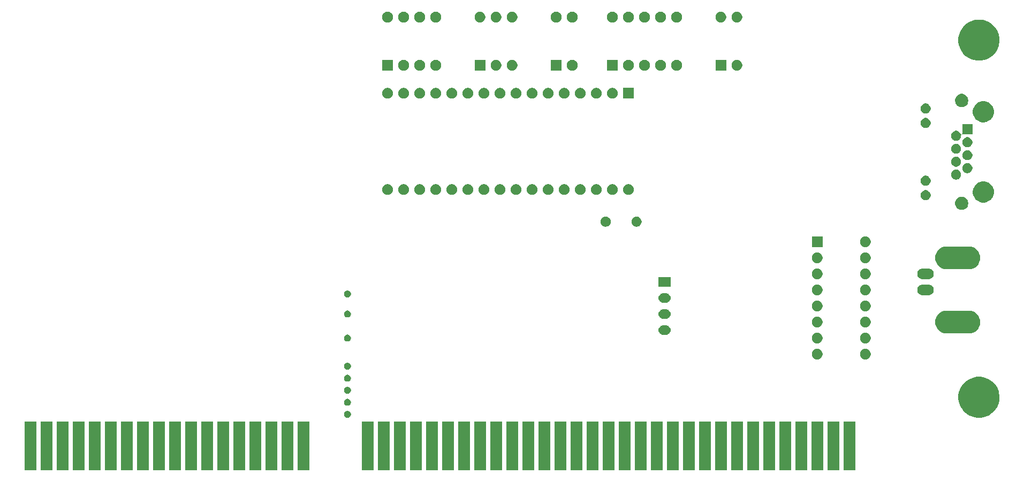
<source format=gbr>
G04 #@! TF.GenerationSoftware,KiCad,Pcbnew,(5.1.5)-3*
G04 #@! TF.CreationDate,2021-04-16T15:35:43+02:00*
G04 #@! TF.ProjectId,NE2000,4e453230-3030-42e6-9b69-6361645f7063,rev?*
G04 #@! TF.SameCoordinates,Original*
G04 #@! TF.FileFunction,Soldermask,Bot*
G04 #@! TF.FilePolarity,Negative*
%FSLAX46Y46*%
G04 Gerber Fmt 4.6, Leading zero omitted, Abs format (unit mm)*
G04 Created by KiCad (PCBNEW (5.1.5)-3) date 2021-04-16 15:35:43*
%MOMM*%
%LPD*%
G04 APERTURE LIST*
%ADD10C,0.100000*%
G04 APERTURE END LIST*
D10*
G36*
X168641000Y-127601000D02*
G01*
X166759000Y-127601000D01*
X166759000Y-119879000D01*
X168641000Y-119879000D01*
X168641000Y-127601000D01*
G37*
G36*
X166101000Y-127601000D02*
G01*
X164219000Y-127601000D01*
X164219000Y-119879000D01*
X166101000Y-119879000D01*
X166101000Y-127601000D01*
G37*
G36*
X196581000Y-127601000D02*
G01*
X194699000Y-127601000D01*
X194699000Y-119879000D01*
X196581000Y-119879000D01*
X196581000Y-127601000D01*
G37*
G36*
X194041000Y-127601000D02*
G01*
X192159000Y-127601000D01*
X192159000Y-119879000D01*
X194041000Y-119879000D01*
X194041000Y-127601000D01*
G37*
G36*
X191501000Y-127601000D02*
G01*
X189619000Y-127601000D01*
X189619000Y-119879000D01*
X191501000Y-119879000D01*
X191501000Y-127601000D01*
G37*
G36*
X188961000Y-127601000D02*
G01*
X187079000Y-127601000D01*
X187079000Y-119879000D01*
X188961000Y-119879000D01*
X188961000Y-127601000D01*
G37*
G36*
X186421000Y-127601000D02*
G01*
X184539000Y-127601000D01*
X184539000Y-119879000D01*
X186421000Y-119879000D01*
X186421000Y-127601000D01*
G37*
G36*
X183881000Y-127601000D02*
G01*
X181999000Y-127601000D01*
X181999000Y-119879000D01*
X183881000Y-119879000D01*
X183881000Y-127601000D01*
G37*
G36*
X181341000Y-127601000D02*
G01*
X179459000Y-127601000D01*
X179459000Y-119879000D01*
X181341000Y-119879000D01*
X181341000Y-127601000D01*
G37*
G36*
X178801000Y-127601000D02*
G01*
X176919000Y-127601000D01*
X176919000Y-119879000D01*
X178801000Y-119879000D01*
X178801000Y-127601000D01*
G37*
G36*
X176261000Y-127601000D02*
G01*
X174379000Y-127601000D01*
X174379000Y-119879000D01*
X176261000Y-119879000D01*
X176261000Y-127601000D01*
G37*
G36*
X173721000Y-127601000D02*
G01*
X171839000Y-127601000D01*
X171839000Y-119879000D01*
X173721000Y-119879000D01*
X173721000Y-127601000D01*
G37*
G36*
X171181000Y-127601000D02*
G01*
X169299000Y-127601000D01*
X169299000Y-119879000D01*
X171181000Y-119879000D01*
X171181000Y-127601000D01*
G37*
G36*
X155941000Y-127601000D02*
G01*
X154059000Y-127601000D01*
X154059000Y-119879000D01*
X155941000Y-119879000D01*
X155941000Y-127601000D01*
G37*
G36*
X163561000Y-127601000D02*
G01*
X161679000Y-127601000D01*
X161679000Y-119879000D01*
X163561000Y-119879000D01*
X163561000Y-127601000D01*
G37*
G36*
X161021000Y-127601000D02*
G01*
X159139000Y-127601000D01*
X159139000Y-119879000D01*
X161021000Y-119879000D01*
X161021000Y-127601000D01*
G37*
G36*
X158481000Y-127601000D02*
G01*
X156599000Y-127601000D01*
X156599000Y-119879000D01*
X158481000Y-119879000D01*
X158481000Y-127601000D01*
G37*
G36*
X153401000Y-127601000D02*
G01*
X151519000Y-127601000D01*
X151519000Y-119879000D01*
X153401000Y-119879000D01*
X153401000Y-127601000D01*
G37*
G36*
X150861000Y-127601000D02*
G01*
X148979000Y-127601000D01*
X148979000Y-119879000D01*
X150861000Y-119879000D01*
X150861000Y-127601000D01*
G37*
G36*
X148321000Y-127601000D02*
G01*
X146439000Y-127601000D01*
X146439000Y-119879000D01*
X148321000Y-119879000D01*
X148321000Y-127601000D01*
G37*
G36*
X145781000Y-127601000D02*
G01*
X143899000Y-127601000D01*
X143899000Y-119879000D01*
X145781000Y-119879000D01*
X145781000Y-127601000D01*
G37*
G36*
X143241000Y-127601000D02*
G01*
X141359000Y-127601000D01*
X141359000Y-119879000D01*
X143241000Y-119879000D01*
X143241000Y-127601000D01*
G37*
G36*
X140701000Y-127601000D02*
G01*
X138819000Y-127601000D01*
X138819000Y-119879000D01*
X140701000Y-119879000D01*
X140701000Y-127601000D01*
G37*
G36*
X138161000Y-127601000D02*
G01*
X136279000Y-127601000D01*
X136279000Y-119879000D01*
X138161000Y-119879000D01*
X138161000Y-127601000D01*
G37*
G36*
X94981000Y-127601000D02*
G01*
X93099000Y-127601000D01*
X93099000Y-119879000D01*
X94981000Y-119879000D01*
X94981000Y-127601000D01*
G37*
G36*
X69581000Y-127601000D02*
G01*
X67699000Y-127601000D01*
X67699000Y-119879000D01*
X69581000Y-119879000D01*
X69581000Y-127601000D01*
G37*
G36*
X133081000Y-127601000D02*
G01*
X131199000Y-127601000D01*
X131199000Y-119879000D01*
X133081000Y-119879000D01*
X133081000Y-127601000D01*
G37*
G36*
X130541000Y-127601000D02*
G01*
X128659000Y-127601000D01*
X128659000Y-119879000D01*
X130541000Y-119879000D01*
X130541000Y-127601000D01*
G37*
G36*
X128001000Y-127601000D02*
G01*
X126119000Y-127601000D01*
X126119000Y-119879000D01*
X128001000Y-119879000D01*
X128001000Y-127601000D01*
G37*
G36*
X125461000Y-127601000D02*
G01*
X123579000Y-127601000D01*
X123579000Y-119879000D01*
X125461000Y-119879000D01*
X125461000Y-127601000D01*
G37*
G36*
X122921000Y-127601000D02*
G01*
X121039000Y-127601000D01*
X121039000Y-119879000D01*
X122921000Y-119879000D01*
X122921000Y-127601000D01*
G37*
G36*
X120381000Y-127601000D02*
G01*
X118499000Y-127601000D01*
X118499000Y-119879000D01*
X120381000Y-119879000D01*
X120381000Y-127601000D01*
G37*
G36*
X110221000Y-127601000D02*
G01*
X108339000Y-127601000D01*
X108339000Y-119879000D01*
X110221000Y-119879000D01*
X110221000Y-127601000D01*
G37*
G36*
X107681000Y-127601000D02*
G01*
X105799000Y-127601000D01*
X105799000Y-119879000D01*
X107681000Y-119879000D01*
X107681000Y-127601000D01*
G37*
G36*
X105141000Y-127601000D02*
G01*
X103259000Y-127601000D01*
X103259000Y-119879000D01*
X105141000Y-119879000D01*
X105141000Y-127601000D01*
G37*
G36*
X102601000Y-127601000D02*
G01*
X100719000Y-127601000D01*
X100719000Y-119879000D01*
X102601000Y-119879000D01*
X102601000Y-127601000D01*
G37*
G36*
X100061000Y-127601000D02*
G01*
X98179000Y-127601000D01*
X98179000Y-119879000D01*
X100061000Y-119879000D01*
X100061000Y-127601000D01*
G37*
G36*
X135621000Y-127601000D02*
G01*
X133739000Y-127601000D01*
X133739000Y-119879000D01*
X135621000Y-119879000D01*
X135621000Y-127601000D01*
G37*
G36*
X67041000Y-127601000D02*
G01*
X65159000Y-127601000D01*
X65159000Y-119879000D01*
X67041000Y-119879000D01*
X67041000Y-127601000D01*
G37*
G36*
X72121000Y-127601000D02*
G01*
X70239000Y-127601000D01*
X70239000Y-119879000D01*
X72121000Y-119879000D01*
X72121000Y-127601000D01*
G37*
G36*
X74661000Y-127601000D02*
G01*
X72779000Y-127601000D01*
X72779000Y-119879000D01*
X74661000Y-119879000D01*
X74661000Y-127601000D01*
G37*
G36*
X77201000Y-127601000D02*
G01*
X75319000Y-127601000D01*
X75319000Y-119879000D01*
X77201000Y-119879000D01*
X77201000Y-127601000D01*
G37*
G36*
X79741000Y-127601000D02*
G01*
X77859000Y-127601000D01*
X77859000Y-119879000D01*
X79741000Y-119879000D01*
X79741000Y-127601000D01*
G37*
G36*
X82281000Y-127601000D02*
G01*
X80399000Y-127601000D01*
X80399000Y-119879000D01*
X82281000Y-119879000D01*
X82281000Y-127601000D01*
G37*
G36*
X87361000Y-127601000D02*
G01*
X85479000Y-127601000D01*
X85479000Y-119879000D01*
X87361000Y-119879000D01*
X87361000Y-127601000D01*
G37*
G36*
X97521000Y-127601000D02*
G01*
X95639000Y-127601000D01*
X95639000Y-119879000D01*
X97521000Y-119879000D01*
X97521000Y-127601000D01*
G37*
G36*
X92441000Y-127601000D02*
G01*
X90559000Y-127601000D01*
X90559000Y-119879000D01*
X92441000Y-119879000D01*
X92441000Y-127601000D01*
G37*
G36*
X84821000Y-127601000D02*
G01*
X82939000Y-127601000D01*
X82939000Y-119879000D01*
X84821000Y-119879000D01*
X84821000Y-127601000D01*
G37*
G36*
X89901000Y-127601000D02*
G01*
X88019000Y-127601000D01*
X88019000Y-119879000D01*
X89901000Y-119879000D01*
X89901000Y-127601000D01*
G37*
G36*
X216725239Y-112866467D02*
G01*
X217039282Y-112928934D01*
X217630926Y-113174001D01*
X218163392Y-113529784D01*
X218616216Y-113982608D01*
X218971999Y-114515074D01*
X219217066Y-115106718D01*
X219268042Y-115362990D01*
X219342000Y-115734803D01*
X219342000Y-116375197D01*
X219301460Y-116579004D01*
X219217066Y-117003282D01*
X218971999Y-117594926D01*
X218724265Y-117965685D01*
X218616217Y-118127391D01*
X218163391Y-118580217D01*
X218153910Y-118586552D01*
X217630926Y-118935999D01*
X217039282Y-119181066D01*
X216776734Y-119233290D01*
X216411197Y-119306000D01*
X215770803Y-119306000D01*
X215405266Y-119233290D01*
X215142718Y-119181066D01*
X214551074Y-118935999D01*
X214028090Y-118586552D01*
X214018609Y-118580217D01*
X213565783Y-118127391D01*
X213457735Y-117965685D01*
X213210001Y-117594926D01*
X212964934Y-117003282D01*
X212880540Y-116579004D01*
X212840000Y-116375197D01*
X212840000Y-115734803D01*
X212913958Y-115362990D01*
X212964934Y-115106718D01*
X213210001Y-114515074D01*
X213565784Y-113982608D01*
X214018608Y-113529784D01*
X214551074Y-113174001D01*
X215142718Y-112928934D01*
X215456761Y-112866467D01*
X215770803Y-112804000D01*
X216411197Y-112804000D01*
X216725239Y-112866467D01*
G37*
G36*
X116365721Y-118215174D02*
G01*
X116465995Y-118256709D01*
X116465996Y-118256710D01*
X116556242Y-118317010D01*
X116632990Y-118393758D01*
X116632991Y-118393760D01*
X116693291Y-118484005D01*
X116734826Y-118584279D01*
X116756000Y-118690730D01*
X116756000Y-118799270D01*
X116734826Y-118905721D01*
X116693291Y-119005995D01*
X116693290Y-119005996D01*
X116632990Y-119096242D01*
X116556242Y-119172990D01*
X116544155Y-119181066D01*
X116465995Y-119233291D01*
X116365721Y-119274826D01*
X116259270Y-119296000D01*
X116150730Y-119296000D01*
X116044279Y-119274826D01*
X115944005Y-119233291D01*
X115865845Y-119181066D01*
X115853758Y-119172990D01*
X115777010Y-119096242D01*
X115716710Y-119005996D01*
X115716709Y-119005995D01*
X115675174Y-118905721D01*
X115654000Y-118799270D01*
X115654000Y-118690730D01*
X115675174Y-118584279D01*
X115716709Y-118484005D01*
X115777009Y-118393760D01*
X115777010Y-118393758D01*
X115853758Y-118317010D01*
X115944004Y-118256710D01*
X115944005Y-118256709D01*
X116044279Y-118215174D01*
X116150730Y-118194000D01*
X116259270Y-118194000D01*
X116365721Y-118215174D01*
G37*
G36*
X116365721Y-116310174D02*
G01*
X116465995Y-116351709D01*
X116465996Y-116351710D01*
X116556242Y-116412010D01*
X116632990Y-116488758D01*
X116663345Y-116534188D01*
X116693291Y-116579005D01*
X116734826Y-116679279D01*
X116756000Y-116785730D01*
X116756000Y-116894270D01*
X116734826Y-117000721D01*
X116693291Y-117100995D01*
X116693290Y-117100996D01*
X116632990Y-117191242D01*
X116556242Y-117267990D01*
X116510812Y-117298345D01*
X116465995Y-117328291D01*
X116365721Y-117369826D01*
X116259270Y-117391000D01*
X116150730Y-117391000D01*
X116044279Y-117369826D01*
X115944005Y-117328291D01*
X115899188Y-117298345D01*
X115853758Y-117267990D01*
X115777010Y-117191242D01*
X115716710Y-117100996D01*
X115716709Y-117100995D01*
X115675174Y-117000721D01*
X115654000Y-116894270D01*
X115654000Y-116785730D01*
X115675174Y-116679279D01*
X115716709Y-116579005D01*
X115746655Y-116534188D01*
X115777010Y-116488758D01*
X115853758Y-116412010D01*
X115944004Y-116351710D01*
X115944005Y-116351709D01*
X116044279Y-116310174D01*
X116150730Y-116289000D01*
X116259270Y-116289000D01*
X116365721Y-116310174D01*
G37*
G36*
X116365721Y-114405174D02*
G01*
X116465995Y-114446709D01*
X116465996Y-114446710D01*
X116556242Y-114507010D01*
X116632990Y-114583758D01*
X116632991Y-114583760D01*
X116693291Y-114674005D01*
X116734826Y-114774279D01*
X116756000Y-114880730D01*
X116756000Y-114989270D01*
X116734826Y-115095721D01*
X116693291Y-115195995D01*
X116693290Y-115195996D01*
X116632990Y-115286242D01*
X116556242Y-115362990D01*
X116510812Y-115393345D01*
X116465995Y-115423291D01*
X116365721Y-115464826D01*
X116259270Y-115486000D01*
X116150730Y-115486000D01*
X116044279Y-115464826D01*
X115944005Y-115423291D01*
X115899188Y-115393345D01*
X115853758Y-115362990D01*
X115777010Y-115286242D01*
X115716710Y-115195996D01*
X115716709Y-115195995D01*
X115675174Y-115095721D01*
X115654000Y-114989270D01*
X115654000Y-114880730D01*
X115675174Y-114774279D01*
X115716709Y-114674005D01*
X115777009Y-114583760D01*
X115777010Y-114583758D01*
X115853758Y-114507010D01*
X115944004Y-114446710D01*
X115944005Y-114446709D01*
X116044279Y-114405174D01*
X116150730Y-114384000D01*
X116259270Y-114384000D01*
X116365721Y-114405174D01*
G37*
G36*
X116365721Y-112500174D02*
G01*
X116465995Y-112541709D01*
X116465996Y-112541710D01*
X116556242Y-112602010D01*
X116632990Y-112678758D01*
X116632991Y-112678760D01*
X116693291Y-112769005D01*
X116734826Y-112869279D01*
X116756000Y-112975730D01*
X116756000Y-113084270D01*
X116734826Y-113190721D01*
X116693291Y-113290995D01*
X116693290Y-113290996D01*
X116632990Y-113381242D01*
X116556242Y-113457990D01*
X116510812Y-113488345D01*
X116465995Y-113518291D01*
X116365721Y-113559826D01*
X116259270Y-113581000D01*
X116150730Y-113581000D01*
X116044279Y-113559826D01*
X115944005Y-113518291D01*
X115899188Y-113488345D01*
X115853758Y-113457990D01*
X115777010Y-113381242D01*
X115716710Y-113290996D01*
X115716709Y-113290995D01*
X115675174Y-113190721D01*
X115654000Y-113084270D01*
X115654000Y-112975730D01*
X115675174Y-112869279D01*
X115716709Y-112769005D01*
X115777009Y-112678760D01*
X115777010Y-112678758D01*
X115853758Y-112602010D01*
X115944004Y-112541710D01*
X115944005Y-112541709D01*
X116044279Y-112500174D01*
X116150730Y-112479000D01*
X116259270Y-112479000D01*
X116365721Y-112500174D01*
G37*
G36*
X116365721Y-110595174D02*
G01*
X116465995Y-110636709D01*
X116465996Y-110636710D01*
X116556242Y-110697010D01*
X116632990Y-110773758D01*
X116632991Y-110773760D01*
X116693291Y-110864005D01*
X116734826Y-110964279D01*
X116756000Y-111070730D01*
X116756000Y-111179270D01*
X116734826Y-111285721D01*
X116693291Y-111385995D01*
X116693290Y-111385996D01*
X116632990Y-111476242D01*
X116556242Y-111552990D01*
X116510812Y-111583345D01*
X116465995Y-111613291D01*
X116365721Y-111654826D01*
X116259270Y-111676000D01*
X116150730Y-111676000D01*
X116044279Y-111654826D01*
X115944005Y-111613291D01*
X115899188Y-111583345D01*
X115853758Y-111552990D01*
X115777010Y-111476242D01*
X115716710Y-111385996D01*
X115716709Y-111385995D01*
X115675174Y-111285721D01*
X115654000Y-111179270D01*
X115654000Y-111070730D01*
X115675174Y-110964279D01*
X115716709Y-110864005D01*
X115777009Y-110773760D01*
X115777010Y-110773758D01*
X115853758Y-110697010D01*
X115944004Y-110636710D01*
X115944005Y-110636709D01*
X116044279Y-110595174D01*
X116150730Y-110574000D01*
X116259270Y-110574000D01*
X116365721Y-110595174D01*
G37*
G36*
X190748228Y-108401703D02*
G01*
X190903100Y-108465853D01*
X191042481Y-108558985D01*
X191161015Y-108677519D01*
X191254147Y-108816900D01*
X191318297Y-108971772D01*
X191351000Y-109136184D01*
X191351000Y-109303816D01*
X191318297Y-109468228D01*
X191254147Y-109623100D01*
X191161015Y-109762481D01*
X191042481Y-109881015D01*
X190903100Y-109974147D01*
X190748228Y-110038297D01*
X190583816Y-110071000D01*
X190416184Y-110071000D01*
X190251772Y-110038297D01*
X190096900Y-109974147D01*
X189957519Y-109881015D01*
X189838985Y-109762481D01*
X189745853Y-109623100D01*
X189681703Y-109468228D01*
X189649000Y-109303816D01*
X189649000Y-109136184D01*
X189681703Y-108971772D01*
X189745853Y-108816900D01*
X189838985Y-108677519D01*
X189957519Y-108558985D01*
X190096900Y-108465853D01*
X190251772Y-108401703D01*
X190416184Y-108369000D01*
X190583816Y-108369000D01*
X190748228Y-108401703D01*
G37*
G36*
X198368228Y-108401703D02*
G01*
X198523100Y-108465853D01*
X198662481Y-108558985D01*
X198781015Y-108677519D01*
X198874147Y-108816900D01*
X198938297Y-108971772D01*
X198971000Y-109136184D01*
X198971000Y-109303816D01*
X198938297Y-109468228D01*
X198874147Y-109623100D01*
X198781015Y-109762481D01*
X198662481Y-109881015D01*
X198523100Y-109974147D01*
X198368228Y-110038297D01*
X198203816Y-110071000D01*
X198036184Y-110071000D01*
X197871772Y-110038297D01*
X197716900Y-109974147D01*
X197577519Y-109881015D01*
X197458985Y-109762481D01*
X197365853Y-109623100D01*
X197301703Y-109468228D01*
X197269000Y-109303816D01*
X197269000Y-109136184D01*
X197301703Y-108971772D01*
X197365853Y-108816900D01*
X197458985Y-108677519D01*
X197577519Y-108558985D01*
X197716900Y-108465853D01*
X197871772Y-108401703D01*
X198036184Y-108369000D01*
X198203816Y-108369000D01*
X198368228Y-108401703D01*
G37*
G36*
X190748228Y-105861703D02*
G01*
X190903100Y-105925853D01*
X191042481Y-106018985D01*
X191161015Y-106137519D01*
X191254147Y-106276900D01*
X191318297Y-106431772D01*
X191351000Y-106596184D01*
X191351000Y-106763816D01*
X191318297Y-106928228D01*
X191254147Y-107083100D01*
X191161015Y-107222481D01*
X191042481Y-107341015D01*
X190903100Y-107434147D01*
X190748228Y-107498297D01*
X190583816Y-107531000D01*
X190416184Y-107531000D01*
X190251772Y-107498297D01*
X190096900Y-107434147D01*
X189957519Y-107341015D01*
X189838985Y-107222481D01*
X189745853Y-107083100D01*
X189681703Y-106928228D01*
X189649000Y-106763816D01*
X189649000Y-106596184D01*
X189681703Y-106431772D01*
X189745853Y-106276900D01*
X189838985Y-106137519D01*
X189957519Y-106018985D01*
X190096900Y-105925853D01*
X190251772Y-105861703D01*
X190416184Y-105829000D01*
X190583816Y-105829000D01*
X190748228Y-105861703D01*
G37*
G36*
X198368228Y-105861703D02*
G01*
X198523100Y-105925853D01*
X198662481Y-106018985D01*
X198781015Y-106137519D01*
X198874147Y-106276900D01*
X198938297Y-106431772D01*
X198971000Y-106596184D01*
X198971000Y-106763816D01*
X198938297Y-106928228D01*
X198874147Y-107083100D01*
X198781015Y-107222481D01*
X198662481Y-107341015D01*
X198523100Y-107434147D01*
X198368228Y-107498297D01*
X198203816Y-107531000D01*
X198036184Y-107531000D01*
X197871772Y-107498297D01*
X197716900Y-107434147D01*
X197577519Y-107341015D01*
X197458985Y-107222481D01*
X197365853Y-107083100D01*
X197301703Y-106928228D01*
X197269000Y-106763816D01*
X197269000Y-106596184D01*
X197301703Y-106431772D01*
X197365853Y-106276900D01*
X197458985Y-106137519D01*
X197577519Y-106018985D01*
X197716900Y-105925853D01*
X197871772Y-105861703D01*
X198036184Y-105829000D01*
X198203816Y-105829000D01*
X198368228Y-105861703D01*
G37*
G36*
X116365721Y-106150174D02*
G01*
X116465995Y-106191709D01*
X116465996Y-106191710D01*
X116556242Y-106252010D01*
X116632990Y-106328758D01*
X116632991Y-106328760D01*
X116693291Y-106419005D01*
X116734826Y-106519279D01*
X116756000Y-106625730D01*
X116756000Y-106734270D01*
X116734826Y-106840721D01*
X116693291Y-106940995D01*
X116693290Y-106940996D01*
X116632990Y-107031242D01*
X116556242Y-107107990D01*
X116510812Y-107138345D01*
X116465995Y-107168291D01*
X116365721Y-107209826D01*
X116259270Y-107231000D01*
X116150730Y-107231000D01*
X116044279Y-107209826D01*
X115944005Y-107168291D01*
X115899188Y-107138345D01*
X115853758Y-107107990D01*
X115777010Y-107031242D01*
X115716710Y-106940996D01*
X115716709Y-106940995D01*
X115675174Y-106840721D01*
X115654000Y-106734270D01*
X115654000Y-106625730D01*
X115675174Y-106519279D01*
X115716709Y-106419005D01*
X115777009Y-106328760D01*
X115777010Y-106328758D01*
X115853758Y-106252010D01*
X115944004Y-106191710D01*
X115944005Y-106191709D01*
X116044279Y-106150174D01*
X116150730Y-106129000D01*
X116259270Y-106129000D01*
X116365721Y-106150174D01*
G37*
G36*
X166643665Y-104662622D02*
G01*
X166717222Y-104669867D01*
X166858786Y-104712810D01*
X166989252Y-104782546D01*
X167019040Y-104806992D01*
X167103607Y-104876393D01*
X167170822Y-104958297D01*
X167197454Y-104990748D01*
X167267190Y-105121214D01*
X167310133Y-105262778D01*
X167324633Y-105410000D01*
X167310133Y-105557222D01*
X167267190Y-105698786D01*
X167197454Y-105829252D01*
X167173008Y-105859040D01*
X167103607Y-105943607D01*
X167019040Y-106013008D01*
X166989252Y-106037454D01*
X166858786Y-106107190D01*
X166717222Y-106150133D01*
X166643665Y-106157378D01*
X166606888Y-106161000D01*
X166133112Y-106161000D01*
X166096335Y-106157378D01*
X166022778Y-106150133D01*
X165881214Y-106107190D01*
X165750748Y-106037454D01*
X165720960Y-106013008D01*
X165636393Y-105943607D01*
X165566992Y-105859040D01*
X165542546Y-105829252D01*
X165472810Y-105698786D01*
X165429867Y-105557222D01*
X165415367Y-105410000D01*
X165429867Y-105262778D01*
X165472810Y-105121214D01*
X165542546Y-104990748D01*
X165569178Y-104958297D01*
X165636393Y-104876393D01*
X165720960Y-104806992D01*
X165750748Y-104782546D01*
X165881214Y-104712810D01*
X166022778Y-104669867D01*
X166096335Y-104662622D01*
X166133112Y-104659000D01*
X166606888Y-104659000D01*
X166643665Y-104662622D01*
G37*
G36*
X214651669Y-102347686D02*
G01*
X214828058Y-102365059D01*
X215167548Y-102468042D01*
X215167550Y-102468043D01*
X215480422Y-102635277D01*
X215754661Y-102860339D01*
X215979723Y-103134578D01*
X216121501Y-103399825D01*
X216146958Y-103447452D01*
X216249941Y-103786942D01*
X216284714Y-104140000D01*
X216249941Y-104493058D01*
X216156523Y-104801015D01*
X216146957Y-104832550D01*
X215979723Y-105145422D01*
X215754661Y-105419661D01*
X215480422Y-105644723D01*
X215167550Y-105811957D01*
X215167548Y-105811958D01*
X214828058Y-105914941D01*
X214651669Y-105932314D01*
X214563476Y-105941000D01*
X210886524Y-105941000D01*
X210798331Y-105932314D01*
X210621942Y-105914941D01*
X210282452Y-105811958D01*
X210282450Y-105811957D01*
X209969578Y-105644723D01*
X209695339Y-105419661D01*
X209470277Y-105145422D01*
X209303043Y-104832550D01*
X209293477Y-104801015D01*
X209200059Y-104493058D01*
X209165286Y-104140000D01*
X209200059Y-103786942D01*
X209303042Y-103447452D01*
X209328499Y-103399825D01*
X209470277Y-103134578D01*
X209695339Y-102860339D01*
X209969578Y-102635277D01*
X210282450Y-102468043D01*
X210282452Y-102468042D01*
X210621942Y-102365059D01*
X210798331Y-102347686D01*
X210886524Y-102339000D01*
X214563476Y-102339000D01*
X214651669Y-102347686D01*
G37*
G36*
X198368228Y-103321703D02*
G01*
X198523100Y-103385853D01*
X198662481Y-103478985D01*
X198781015Y-103597519D01*
X198874147Y-103736900D01*
X198938297Y-103891772D01*
X198971000Y-104056184D01*
X198971000Y-104223816D01*
X198938297Y-104388228D01*
X198874147Y-104543100D01*
X198781015Y-104682481D01*
X198662481Y-104801015D01*
X198523100Y-104894147D01*
X198368228Y-104958297D01*
X198203816Y-104991000D01*
X198036184Y-104991000D01*
X197871772Y-104958297D01*
X197716900Y-104894147D01*
X197577519Y-104801015D01*
X197458985Y-104682481D01*
X197365853Y-104543100D01*
X197301703Y-104388228D01*
X197269000Y-104223816D01*
X197269000Y-104056184D01*
X197301703Y-103891772D01*
X197365853Y-103736900D01*
X197458985Y-103597519D01*
X197577519Y-103478985D01*
X197716900Y-103385853D01*
X197871772Y-103321703D01*
X198036184Y-103289000D01*
X198203816Y-103289000D01*
X198368228Y-103321703D01*
G37*
G36*
X190748228Y-103321703D02*
G01*
X190903100Y-103385853D01*
X191042481Y-103478985D01*
X191161015Y-103597519D01*
X191254147Y-103736900D01*
X191318297Y-103891772D01*
X191351000Y-104056184D01*
X191351000Y-104223816D01*
X191318297Y-104388228D01*
X191254147Y-104543100D01*
X191161015Y-104682481D01*
X191042481Y-104801015D01*
X190903100Y-104894147D01*
X190748228Y-104958297D01*
X190583816Y-104991000D01*
X190416184Y-104991000D01*
X190251772Y-104958297D01*
X190096900Y-104894147D01*
X189957519Y-104801015D01*
X189838985Y-104682481D01*
X189745853Y-104543100D01*
X189681703Y-104388228D01*
X189649000Y-104223816D01*
X189649000Y-104056184D01*
X189681703Y-103891772D01*
X189745853Y-103736900D01*
X189838985Y-103597519D01*
X189957519Y-103478985D01*
X190096900Y-103385853D01*
X190251772Y-103321703D01*
X190416184Y-103289000D01*
X190583816Y-103289000D01*
X190748228Y-103321703D01*
G37*
G36*
X166643665Y-102122622D02*
G01*
X166717222Y-102129867D01*
X166858786Y-102172810D01*
X166989252Y-102242546D01*
X167019040Y-102266992D01*
X167103607Y-102336393D01*
X167170822Y-102418297D01*
X167197454Y-102450748D01*
X167267190Y-102581214D01*
X167310133Y-102722778D01*
X167324633Y-102870000D01*
X167310133Y-103017222D01*
X167267190Y-103158786D01*
X167197454Y-103289252D01*
X167190282Y-103297991D01*
X167103607Y-103403607D01*
X167050180Y-103447452D01*
X166989252Y-103497454D01*
X166858786Y-103567190D01*
X166717222Y-103610133D01*
X166643665Y-103617378D01*
X166606888Y-103621000D01*
X166133112Y-103621000D01*
X166096335Y-103617378D01*
X166022778Y-103610133D01*
X165881214Y-103567190D01*
X165750748Y-103497454D01*
X165689820Y-103447452D01*
X165636393Y-103403607D01*
X165549718Y-103297991D01*
X165542546Y-103289252D01*
X165472810Y-103158786D01*
X165429867Y-103017222D01*
X165415367Y-102870000D01*
X165429867Y-102722778D01*
X165472810Y-102581214D01*
X165542546Y-102450748D01*
X165569178Y-102418297D01*
X165636393Y-102336393D01*
X165720960Y-102266992D01*
X165750748Y-102242546D01*
X165881214Y-102172810D01*
X166022778Y-102129867D01*
X166096335Y-102122622D01*
X166133112Y-102119000D01*
X166606888Y-102119000D01*
X166643665Y-102122622D01*
G37*
G36*
X116365721Y-102340174D02*
G01*
X116465995Y-102381709D01*
X116465996Y-102381710D01*
X116556242Y-102442010D01*
X116632990Y-102518758D01*
X116632991Y-102518760D01*
X116693291Y-102609005D01*
X116734826Y-102709279D01*
X116756000Y-102815730D01*
X116756000Y-102924270D01*
X116734826Y-103030721D01*
X116693291Y-103130995D01*
X116674720Y-103158788D01*
X116632990Y-103221242D01*
X116556242Y-103297990D01*
X116520753Y-103321703D01*
X116465995Y-103358291D01*
X116365721Y-103399826D01*
X116259270Y-103421000D01*
X116150730Y-103421000D01*
X116044279Y-103399826D01*
X115944005Y-103358291D01*
X115889247Y-103321703D01*
X115853758Y-103297990D01*
X115777010Y-103221242D01*
X115735280Y-103158788D01*
X115716709Y-103130995D01*
X115675174Y-103030721D01*
X115654000Y-102924270D01*
X115654000Y-102815730D01*
X115675174Y-102709279D01*
X115716709Y-102609005D01*
X115777009Y-102518760D01*
X115777010Y-102518758D01*
X115853758Y-102442010D01*
X115944004Y-102381710D01*
X115944005Y-102381709D01*
X116044279Y-102340174D01*
X116150730Y-102319000D01*
X116259270Y-102319000D01*
X116365721Y-102340174D01*
G37*
G36*
X190748228Y-100781703D02*
G01*
X190903100Y-100845853D01*
X191042481Y-100938985D01*
X191161015Y-101057519D01*
X191254147Y-101196900D01*
X191318297Y-101351772D01*
X191351000Y-101516184D01*
X191351000Y-101683816D01*
X191318297Y-101848228D01*
X191254147Y-102003100D01*
X191161015Y-102142481D01*
X191042481Y-102261015D01*
X190903100Y-102354147D01*
X190748228Y-102418297D01*
X190583816Y-102451000D01*
X190416184Y-102451000D01*
X190251772Y-102418297D01*
X190096900Y-102354147D01*
X189957519Y-102261015D01*
X189838985Y-102142481D01*
X189745853Y-102003100D01*
X189681703Y-101848228D01*
X189649000Y-101683816D01*
X189649000Y-101516184D01*
X189681703Y-101351772D01*
X189745853Y-101196900D01*
X189838985Y-101057519D01*
X189957519Y-100938985D01*
X190096900Y-100845853D01*
X190251772Y-100781703D01*
X190416184Y-100749000D01*
X190583816Y-100749000D01*
X190748228Y-100781703D01*
G37*
G36*
X198368228Y-100781703D02*
G01*
X198523100Y-100845853D01*
X198662481Y-100938985D01*
X198781015Y-101057519D01*
X198874147Y-101196900D01*
X198938297Y-101351772D01*
X198971000Y-101516184D01*
X198971000Y-101683816D01*
X198938297Y-101848228D01*
X198874147Y-102003100D01*
X198781015Y-102142481D01*
X198662481Y-102261015D01*
X198523100Y-102354147D01*
X198368228Y-102418297D01*
X198203816Y-102451000D01*
X198036184Y-102451000D01*
X197871772Y-102418297D01*
X197716900Y-102354147D01*
X197577519Y-102261015D01*
X197458985Y-102142481D01*
X197365853Y-102003100D01*
X197301703Y-101848228D01*
X197269000Y-101683816D01*
X197269000Y-101516184D01*
X197301703Y-101351772D01*
X197365853Y-101196900D01*
X197458985Y-101057519D01*
X197577519Y-100938985D01*
X197716900Y-100845853D01*
X197871772Y-100781703D01*
X198036184Y-100749000D01*
X198203816Y-100749000D01*
X198368228Y-100781703D01*
G37*
G36*
X166643665Y-99582622D02*
G01*
X166717222Y-99589867D01*
X166858786Y-99632810D01*
X166989252Y-99702546D01*
X167019040Y-99726992D01*
X167103607Y-99796393D01*
X167170822Y-99878297D01*
X167197454Y-99910748D01*
X167267190Y-100041214D01*
X167310133Y-100182778D01*
X167324633Y-100330000D01*
X167310133Y-100477222D01*
X167267190Y-100618786D01*
X167197454Y-100749252D01*
X167173008Y-100779040D01*
X167103607Y-100863607D01*
X167019040Y-100933008D01*
X166989252Y-100957454D01*
X166858786Y-101027190D01*
X166717222Y-101070133D01*
X166643665Y-101077378D01*
X166606888Y-101081000D01*
X166133112Y-101081000D01*
X166096335Y-101077378D01*
X166022778Y-101070133D01*
X165881214Y-101027190D01*
X165750748Y-100957454D01*
X165720960Y-100933008D01*
X165636393Y-100863607D01*
X165566992Y-100779040D01*
X165542546Y-100749252D01*
X165472810Y-100618786D01*
X165429867Y-100477222D01*
X165415367Y-100330000D01*
X165429867Y-100182778D01*
X165472810Y-100041214D01*
X165542546Y-99910748D01*
X165569178Y-99878297D01*
X165636393Y-99796393D01*
X165720960Y-99726992D01*
X165750748Y-99702546D01*
X165881214Y-99632810D01*
X166022778Y-99589867D01*
X166096335Y-99582622D01*
X166133112Y-99579000D01*
X166606888Y-99579000D01*
X166643665Y-99582622D01*
G37*
G36*
X116365721Y-99165174D02*
G01*
X116465995Y-99206709D01*
X116510812Y-99236655D01*
X116556242Y-99267010D01*
X116632990Y-99343758D01*
X116632991Y-99343760D01*
X116693291Y-99434005D01*
X116734826Y-99534279D01*
X116756000Y-99640730D01*
X116756000Y-99749270D01*
X116734826Y-99855721D01*
X116693291Y-99955995D01*
X116693290Y-99955996D01*
X116632990Y-100046242D01*
X116556242Y-100122990D01*
X116510812Y-100153345D01*
X116465995Y-100183291D01*
X116365721Y-100224826D01*
X116259270Y-100246000D01*
X116150730Y-100246000D01*
X116044279Y-100224826D01*
X115944005Y-100183291D01*
X115899188Y-100153345D01*
X115853758Y-100122990D01*
X115777010Y-100046242D01*
X115716710Y-99955996D01*
X115716709Y-99955995D01*
X115675174Y-99855721D01*
X115654000Y-99749270D01*
X115654000Y-99640730D01*
X115675174Y-99534279D01*
X115716709Y-99434005D01*
X115777009Y-99343760D01*
X115777010Y-99343758D01*
X115853758Y-99267010D01*
X115899188Y-99236655D01*
X115944005Y-99206709D01*
X116044279Y-99165174D01*
X116150730Y-99144000D01*
X116259270Y-99144000D01*
X116365721Y-99165174D01*
G37*
G36*
X190748228Y-98241703D02*
G01*
X190903100Y-98305853D01*
X191042481Y-98398985D01*
X191161015Y-98517519D01*
X191254147Y-98656900D01*
X191318297Y-98811772D01*
X191351000Y-98976184D01*
X191351000Y-99143816D01*
X191318297Y-99308228D01*
X191254147Y-99463100D01*
X191161015Y-99602481D01*
X191042481Y-99721015D01*
X190903100Y-99814147D01*
X190748228Y-99878297D01*
X190583816Y-99911000D01*
X190416184Y-99911000D01*
X190251772Y-99878297D01*
X190096900Y-99814147D01*
X189957519Y-99721015D01*
X189838985Y-99602481D01*
X189745853Y-99463100D01*
X189681703Y-99308228D01*
X189649000Y-99143816D01*
X189649000Y-98976184D01*
X189681703Y-98811772D01*
X189745853Y-98656900D01*
X189838985Y-98517519D01*
X189957519Y-98398985D01*
X190096900Y-98305853D01*
X190251772Y-98241703D01*
X190416184Y-98209000D01*
X190583816Y-98209000D01*
X190748228Y-98241703D01*
G37*
G36*
X208261823Y-98221313D02*
G01*
X208422242Y-98269976D01*
X208489361Y-98305852D01*
X208570078Y-98348996D01*
X208699659Y-98455341D01*
X208806004Y-98584922D01*
X208806005Y-98584924D01*
X208885024Y-98732758D01*
X208933687Y-98893177D01*
X208950117Y-99060000D01*
X208933687Y-99226823D01*
X208885024Y-99387242D01*
X208844477Y-99463100D01*
X208806004Y-99535078D01*
X208699659Y-99664659D01*
X208570078Y-99771004D01*
X208570076Y-99771005D01*
X208422242Y-99850024D01*
X208261823Y-99898687D01*
X208136804Y-99911000D01*
X207153196Y-99911000D01*
X207028177Y-99898687D01*
X206867758Y-99850024D01*
X206719924Y-99771005D01*
X206719922Y-99771004D01*
X206590341Y-99664659D01*
X206483996Y-99535078D01*
X206445523Y-99463100D01*
X206404976Y-99387242D01*
X206356313Y-99226823D01*
X206339883Y-99060000D01*
X206356313Y-98893177D01*
X206404976Y-98732758D01*
X206483995Y-98584924D01*
X206483996Y-98584922D01*
X206590341Y-98455341D01*
X206719922Y-98348996D01*
X206800639Y-98305852D01*
X206867758Y-98269976D01*
X207028177Y-98221313D01*
X207153196Y-98209000D01*
X208136804Y-98209000D01*
X208261823Y-98221313D01*
G37*
G36*
X198368228Y-98241703D02*
G01*
X198523100Y-98305853D01*
X198662481Y-98398985D01*
X198781015Y-98517519D01*
X198874147Y-98656900D01*
X198938297Y-98811772D01*
X198971000Y-98976184D01*
X198971000Y-99143816D01*
X198938297Y-99308228D01*
X198874147Y-99463100D01*
X198781015Y-99602481D01*
X198662481Y-99721015D01*
X198523100Y-99814147D01*
X198368228Y-99878297D01*
X198203816Y-99911000D01*
X198036184Y-99911000D01*
X197871772Y-99878297D01*
X197716900Y-99814147D01*
X197577519Y-99721015D01*
X197458985Y-99602481D01*
X197365853Y-99463100D01*
X197301703Y-99308228D01*
X197269000Y-99143816D01*
X197269000Y-98976184D01*
X197301703Y-98811772D01*
X197365853Y-98656900D01*
X197458985Y-98517519D01*
X197577519Y-98398985D01*
X197716900Y-98305853D01*
X197871772Y-98241703D01*
X198036184Y-98209000D01*
X198203816Y-98209000D01*
X198368228Y-98241703D01*
G37*
G36*
X167321000Y-98541000D02*
G01*
X165419000Y-98541000D01*
X165419000Y-97039000D01*
X167321000Y-97039000D01*
X167321000Y-98541000D01*
G37*
G36*
X190748228Y-95701703D02*
G01*
X190903100Y-95765853D01*
X191042481Y-95858985D01*
X191161015Y-95977519D01*
X191254147Y-96116900D01*
X191318297Y-96271772D01*
X191351000Y-96436184D01*
X191351000Y-96603816D01*
X191318297Y-96768228D01*
X191254147Y-96923100D01*
X191161015Y-97062481D01*
X191042481Y-97181015D01*
X190903100Y-97274147D01*
X190748228Y-97338297D01*
X190583816Y-97371000D01*
X190416184Y-97371000D01*
X190251772Y-97338297D01*
X190096900Y-97274147D01*
X189957519Y-97181015D01*
X189838985Y-97062481D01*
X189745853Y-96923100D01*
X189681703Y-96768228D01*
X189649000Y-96603816D01*
X189649000Y-96436184D01*
X189681703Y-96271772D01*
X189745853Y-96116900D01*
X189838985Y-95977519D01*
X189957519Y-95858985D01*
X190096900Y-95765853D01*
X190251772Y-95701703D01*
X190416184Y-95669000D01*
X190583816Y-95669000D01*
X190748228Y-95701703D01*
G37*
G36*
X208261823Y-95681313D02*
G01*
X208422242Y-95729976D01*
X208489361Y-95765852D01*
X208570078Y-95808996D01*
X208699659Y-95915341D01*
X208806004Y-96044922D01*
X208806005Y-96044924D01*
X208885024Y-96192758D01*
X208933687Y-96353177D01*
X208950117Y-96520000D01*
X208933687Y-96686823D01*
X208885024Y-96847242D01*
X208844477Y-96923100D01*
X208806004Y-96995078D01*
X208699659Y-97124659D01*
X208570078Y-97231004D01*
X208570076Y-97231005D01*
X208422242Y-97310024D01*
X208261823Y-97358687D01*
X208136804Y-97371000D01*
X207153196Y-97371000D01*
X207028177Y-97358687D01*
X206867758Y-97310024D01*
X206719924Y-97231005D01*
X206719922Y-97231004D01*
X206590341Y-97124659D01*
X206483996Y-96995078D01*
X206445523Y-96923100D01*
X206404976Y-96847242D01*
X206356313Y-96686823D01*
X206339883Y-96520000D01*
X206356313Y-96353177D01*
X206404976Y-96192758D01*
X206483995Y-96044924D01*
X206483996Y-96044922D01*
X206590341Y-95915341D01*
X206719922Y-95808996D01*
X206800639Y-95765852D01*
X206867758Y-95729976D01*
X207028177Y-95681313D01*
X207153196Y-95669000D01*
X208136804Y-95669000D01*
X208261823Y-95681313D01*
G37*
G36*
X198368228Y-95701703D02*
G01*
X198523100Y-95765853D01*
X198662481Y-95858985D01*
X198781015Y-95977519D01*
X198874147Y-96116900D01*
X198938297Y-96271772D01*
X198971000Y-96436184D01*
X198971000Y-96603816D01*
X198938297Y-96768228D01*
X198874147Y-96923100D01*
X198781015Y-97062481D01*
X198662481Y-97181015D01*
X198523100Y-97274147D01*
X198368228Y-97338297D01*
X198203816Y-97371000D01*
X198036184Y-97371000D01*
X197871772Y-97338297D01*
X197716900Y-97274147D01*
X197577519Y-97181015D01*
X197458985Y-97062481D01*
X197365853Y-96923100D01*
X197301703Y-96768228D01*
X197269000Y-96603816D01*
X197269000Y-96436184D01*
X197301703Y-96271772D01*
X197365853Y-96116900D01*
X197458985Y-95977519D01*
X197577519Y-95858985D01*
X197716900Y-95765853D01*
X197871772Y-95701703D01*
X198036184Y-95669000D01*
X198203816Y-95669000D01*
X198368228Y-95701703D01*
G37*
G36*
X214651669Y-92187686D02*
G01*
X214828058Y-92205059D01*
X215167548Y-92308042D01*
X215167550Y-92308043D01*
X215480422Y-92475277D01*
X215754661Y-92700339D01*
X215979723Y-92974578D01*
X216146957Y-93287450D01*
X216146958Y-93287452D01*
X216249941Y-93626942D01*
X216284714Y-93980000D01*
X216249941Y-94333058D01*
X216192480Y-94522481D01*
X216146957Y-94672550D01*
X215979723Y-94985422D01*
X215754661Y-95259661D01*
X215480422Y-95484723D01*
X215167550Y-95651957D01*
X215167548Y-95651958D01*
X214828058Y-95754941D01*
X214651669Y-95772314D01*
X214563476Y-95781000D01*
X210886524Y-95781000D01*
X210798331Y-95772314D01*
X210621942Y-95754941D01*
X210282452Y-95651958D01*
X210282450Y-95651957D01*
X209969578Y-95484723D01*
X209695339Y-95259661D01*
X209470277Y-94985422D01*
X209303043Y-94672550D01*
X209257520Y-94522481D01*
X209200059Y-94333058D01*
X209165286Y-93980000D01*
X209200059Y-93626942D01*
X209303042Y-93287452D01*
X209303043Y-93287450D01*
X209470277Y-92974578D01*
X209695339Y-92700339D01*
X209969578Y-92475277D01*
X210282450Y-92308043D01*
X210282452Y-92308042D01*
X210621942Y-92205059D01*
X210798331Y-92187686D01*
X210886524Y-92179000D01*
X214563476Y-92179000D01*
X214651669Y-92187686D01*
G37*
G36*
X198368228Y-93161703D02*
G01*
X198523100Y-93225853D01*
X198662481Y-93318985D01*
X198781015Y-93437519D01*
X198874147Y-93576900D01*
X198938297Y-93731772D01*
X198971000Y-93896184D01*
X198971000Y-94063816D01*
X198938297Y-94228228D01*
X198874147Y-94383100D01*
X198781015Y-94522481D01*
X198662481Y-94641015D01*
X198523100Y-94734147D01*
X198368228Y-94798297D01*
X198203816Y-94831000D01*
X198036184Y-94831000D01*
X197871772Y-94798297D01*
X197716900Y-94734147D01*
X197577519Y-94641015D01*
X197458985Y-94522481D01*
X197365853Y-94383100D01*
X197301703Y-94228228D01*
X197269000Y-94063816D01*
X197269000Y-93896184D01*
X197301703Y-93731772D01*
X197365853Y-93576900D01*
X197458985Y-93437519D01*
X197577519Y-93318985D01*
X197716900Y-93225853D01*
X197871772Y-93161703D01*
X198036184Y-93129000D01*
X198203816Y-93129000D01*
X198368228Y-93161703D01*
G37*
G36*
X190748228Y-93161703D02*
G01*
X190903100Y-93225853D01*
X191042481Y-93318985D01*
X191161015Y-93437519D01*
X191254147Y-93576900D01*
X191318297Y-93731772D01*
X191351000Y-93896184D01*
X191351000Y-94063816D01*
X191318297Y-94228228D01*
X191254147Y-94383100D01*
X191161015Y-94522481D01*
X191042481Y-94641015D01*
X190903100Y-94734147D01*
X190748228Y-94798297D01*
X190583816Y-94831000D01*
X190416184Y-94831000D01*
X190251772Y-94798297D01*
X190096900Y-94734147D01*
X189957519Y-94641015D01*
X189838985Y-94522481D01*
X189745853Y-94383100D01*
X189681703Y-94228228D01*
X189649000Y-94063816D01*
X189649000Y-93896184D01*
X189681703Y-93731772D01*
X189745853Y-93576900D01*
X189838985Y-93437519D01*
X189957519Y-93318985D01*
X190096900Y-93225853D01*
X190251772Y-93161703D01*
X190416184Y-93129000D01*
X190583816Y-93129000D01*
X190748228Y-93161703D01*
G37*
G36*
X198368228Y-90621703D02*
G01*
X198523100Y-90685853D01*
X198662481Y-90778985D01*
X198781015Y-90897519D01*
X198874147Y-91036900D01*
X198938297Y-91191772D01*
X198971000Y-91356184D01*
X198971000Y-91523816D01*
X198938297Y-91688228D01*
X198874147Y-91843100D01*
X198781015Y-91982481D01*
X198662481Y-92101015D01*
X198523100Y-92194147D01*
X198368228Y-92258297D01*
X198203816Y-92291000D01*
X198036184Y-92291000D01*
X197871772Y-92258297D01*
X197716900Y-92194147D01*
X197577519Y-92101015D01*
X197458985Y-91982481D01*
X197365853Y-91843100D01*
X197301703Y-91688228D01*
X197269000Y-91523816D01*
X197269000Y-91356184D01*
X197301703Y-91191772D01*
X197365853Y-91036900D01*
X197458985Y-90897519D01*
X197577519Y-90778985D01*
X197716900Y-90685853D01*
X197871772Y-90621703D01*
X198036184Y-90589000D01*
X198203816Y-90589000D01*
X198368228Y-90621703D01*
G37*
G36*
X191351000Y-92291000D02*
G01*
X189649000Y-92291000D01*
X189649000Y-90589000D01*
X191351000Y-90589000D01*
X191351000Y-92291000D01*
G37*
G36*
X157278642Y-87494781D02*
G01*
X157424414Y-87555162D01*
X157424416Y-87555163D01*
X157555608Y-87642822D01*
X157667178Y-87754392D01*
X157754837Y-87885584D01*
X157754838Y-87885586D01*
X157815219Y-88031358D01*
X157846000Y-88186107D01*
X157846000Y-88343893D01*
X157815219Y-88498642D01*
X157754838Y-88644414D01*
X157754837Y-88644416D01*
X157667178Y-88775608D01*
X157555608Y-88887178D01*
X157424416Y-88974837D01*
X157424415Y-88974838D01*
X157424414Y-88974838D01*
X157278642Y-89035219D01*
X157123893Y-89066000D01*
X156966107Y-89066000D01*
X156811358Y-89035219D01*
X156665586Y-88974838D01*
X156665585Y-88974838D01*
X156665584Y-88974837D01*
X156534392Y-88887178D01*
X156422822Y-88775608D01*
X156335163Y-88644416D01*
X156335162Y-88644414D01*
X156274781Y-88498642D01*
X156244000Y-88343893D01*
X156244000Y-88186107D01*
X156274781Y-88031358D01*
X156335162Y-87885586D01*
X156335163Y-87885584D01*
X156422822Y-87754392D01*
X156534392Y-87642822D01*
X156665584Y-87555163D01*
X156665586Y-87555162D01*
X156811358Y-87494781D01*
X156966107Y-87464000D01*
X157123893Y-87464000D01*
X157278642Y-87494781D01*
G37*
G36*
X162158642Y-87494781D02*
G01*
X162304414Y-87555162D01*
X162304416Y-87555163D01*
X162435608Y-87642822D01*
X162547178Y-87754392D01*
X162634837Y-87885584D01*
X162634838Y-87885586D01*
X162695219Y-88031358D01*
X162726000Y-88186107D01*
X162726000Y-88343893D01*
X162695219Y-88498642D01*
X162634838Y-88644414D01*
X162634837Y-88644416D01*
X162547178Y-88775608D01*
X162435608Y-88887178D01*
X162304416Y-88974837D01*
X162304415Y-88974838D01*
X162304414Y-88974838D01*
X162158642Y-89035219D01*
X162003893Y-89066000D01*
X161846107Y-89066000D01*
X161691358Y-89035219D01*
X161545586Y-88974838D01*
X161545585Y-88974838D01*
X161545584Y-88974837D01*
X161414392Y-88887178D01*
X161302822Y-88775608D01*
X161215163Y-88644416D01*
X161215162Y-88644414D01*
X161154781Y-88498642D01*
X161124000Y-88343893D01*
X161124000Y-88186107D01*
X161154781Y-88031358D01*
X161215162Y-87885586D01*
X161215163Y-87885584D01*
X161302822Y-87754392D01*
X161414392Y-87642822D01*
X161545584Y-87555163D01*
X161545586Y-87555162D01*
X161691358Y-87494781D01*
X161846107Y-87464000D01*
X162003893Y-87464000D01*
X162158642Y-87494781D01*
G37*
G36*
X213665564Y-84339389D02*
G01*
X213856833Y-84418615D01*
X213856835Y-84418616D01*
X214028973Y-84533635D01*
X214175365Y-84680027D01*
X214289084Y-84850219D01*
X214290385Y-84852167D01*
X214369611Y-85043436D01*
X214410000Y-85246484D01*
X214410000Y-85453516D01*
X214369611Y-85656564D01*
X214290385Y-85847833D01*
X214290384Y-85847835D01*
X214175365Y-86019973D01*
X214028973Y-86166365D01*
X213856835Y-86281384D01*
X213856834Y-86281385D01*
X213856833Y-86281385D01*
X213665564Y-86360611D01*
X213462516Y-86401000D01*
X213255484Y-86401000D01*
X213052436Y-86360611D01*
X212861167Y-86281385D01*
X212861166Y-86281385D01*
X212861165Y-86281384D01*
X212689027Y-86166365D01*
X212542635Y-86019973D01*
X212427616Y-85847835D01*
X212427615Y-85847833D01*
X212348389Y-85656564D01*
X212308000Y-85453516D01*
X212308000Y-85246484D01*
X212348389Y-85043436D01*
X212427615Y-84852167D01*
X212428917Y-84850219D01*
X212542635Y-84680027D01*
X212689027Y-84533635D01*
X212861165Y-84418616D01*
X212861167Y-84418615D01*
X213052436Y-84339389D01*
X213255484Y-84299000D01*
X213462516Y-84299000D01*
X213665564Y-84339389D01*
G37*
G36*
X217277871Y-81958408D02*
G01*
X217582883Y-82084748D01*
X217857387Y-82268166D01*
X218090834Y-82501613D01*
X218274252Y-82776117D01*
X218340797Y-82936771D01*
X218400592Y-83081130D01*
X218437926Y-83268816D01*
X218465000Y-83404928D01*
X218465000Y-83735072D01*
X218400592Y-84058871D01*
X218274252Y-84363883D01*
X218090834Y-84638387D01*
X217857387Y-84871834D01*
X217582883Y-85055252D01*
X217277871Y-85181592D01*
X216954073Y-85246000D01*
X216623927Y-85246000D01*
X216300129Y-85181592D01*
X215995117Y-85055252D01*
X215720613Y-84871834D01*
X215487166Y-84638387D01*
X215303748Y-84363883D01*
X215177408Y-84058871D01*
X215113000Y-83735072D01*
X215113000Y-83404928D01*
X215140075Y-83268816D01*
X215177408Y-83081130D01*
X215237203Y-82936771D01*
X215303748Y-82776117D01*
X215487166Y-82501613D01*
X215720613Y-82268166D01*
X215995117Y-82084748D01*
X216300129Y-81958408D01*
X216623927Y-81894000D01*
X216954073Y-81894000D01*
X217277871Y-81958408D01*
G37*
G36*
X207882642Y-83309781D02*
G01*
X208028414Y-83370162D01*
X208028416Y-83370163D01*
X208159608Y-83457822D01*
X208271178Y-83569392D01*
X208283676Y-83588097D01*
X208358838Y-83700586D01*
X208419219Y-83846358D01*
X208450000Y-84001107D01*
X208450000Y-84158893D01*
X208419219Y-84313642D01*
X208375737Y-84418616D01*
X208358837Y-84459416D01*
X208271178Y-84590608D01*
X208159608Y-84702178D01*
X208028416Y-84789837D01*
X208028415Y-84789838D01*
X208028414Y-84789838D01*
X207882642Y-84850219D01*
X207727893Y-84881000D01*
X207570107Y-84881000D01*
X207415358Y-84850219D01*
X207269586Y-84789838D01*
X207269585Y-84789838D01*
X207269584Y-84789837D01*
X207138392Y-84702178D01*
X207026822Y-84590608D01*
X206939163Y-84459416D01*
X206922263Y-84418616D01*
X206878781Y-84313642D01*
X206848000Y-84158893D01*
X206848000Y-84001107D01*
X206878781Y-83846358D01*
X206939162Y-83700586D01*
X207014324Y-83588097D01*
X207026822Y-83569392D01*
X207138392Y-83457822D01*
X207269584Y-83370163D01*
X207269586Y-83370162D01*
X207415358Y-83309781D01*
X207570107Y-83279000D01*
X207727893Y-83279000D01*
X207882642Y-83309781D01*
G37*
G36*
X125343228Y-82366703D02*
G01*
X125498100Y-82430853D01*
X125637481Y-82523985D01*
X125756015Y-82642519D01*
X125849147Y-82781900D01*
X125913297Y-82936772D01*
X125946000Y-83101184D01*
X125946000Y-83268816D01*
X125913297Y-83433228D01*
X125849147Y-83588100D01*
X125756015Y-83727481D01*
X125637481Y-83846015D01*
X125498100Y-83939147D01*
X125343228Y-84003297D01*
X125178816Y-84036000D01*
X125011184Y-84036000D01*
X124846772Y-84003297D01*
X124691900Y-83939147D01*
X124552519Y-83846015D01*
X124433985Y-83727481D01*
X124340853Y-83588100D01*
X124276703Y-83433228D01*
X124244000Y-83268816D01*
X124244000Y-83101184D01*
X124276703Y-82936772D01*
X124340853Y-82781900D01*
X124433985Y-82642519D01*
X124552519Y-82523985D01*
X124691900Y-82430853D01*
X124846772Y-82366703D01*
X125011184Y-82334000D01*
X125178816Y-82334000D01*
X125343228Y-82366703D01*
G37*
G36*
X148203228Y-82366703D02*
G01*
X148358100Y-82430853D01*
X148497481Y-82523985D01*
X148616015Y-82642519D01*
X148709147Y-82781900D01*
X148773297Y-82936772D01*
X148806000Y-83101184D01*
X148806000Y-83268816D01*
X148773297Y-83433228D01*
X148709147Y-83588100D01*
X148616015Y-83727481D01*
X148497481Y-83846015D01*
X148358100Y-83939147D01*
X148203228Y-84003297D01*
X148038816Y-84036000D01*
X147871184Y-84036000D01*
X147706772Y-84003297D01*
X147551900Y-83939147D01*
X147412519Y-83846015D01*
X147293985Y-83727481D01*
X147200853Y-83588100D01*
X147136703Y-83433228D01*
X147104000Y-83268816D01*
X147104000Y-83101184D01*
X147136703Y-82936772D01*
X147200853Y-82781900D01*
X147293985Y-82642519D01*
X147412519Y-82523985D01*
X147551900Y-82430853D01*
X147706772Y-82366703D01*
X147871184Y-82334000D01*
X148038816Y-82334000D01*
X148203228Y-82366703D01*
G37*
G36*
X135503228Y-82366703D02*
G01*
X135658100Y-82430853D01*
X135797481Y-82523985D01*
X135916015Y-82642519D01*
X136009147Y-82781900D01*
X136073297Y-82936772D01*
X136106000Y-83101184D01*
X136106000Y-83268816D01*
X136073297Y-83433228D01*
X136009147Y-83588100D01*
X135916015Y-83727481D01*
X135797481Y-83846015D01*
X135658100Y-83939147D01*
X135503228Y-84003297D01*
X135338816Y-84036000D01*
X135171184Y-84036000D01*
X135006772Y-84003297D01*
X134851900Y-83939147D01*
X134712519Y-83846015D01*
X134593985Y-83727481D01*
X134500853Y-83588100D01*
X134436703Y-83433228D01*
X134404000Y-83268816D01*
X134404000Y-83101184D01*
X134436703Y-82936772D01*
X134500853Y-82781900D01*
X134593985Y-82642519D01*
X134712519Y-82523985D01*
X134851900Y-82430853D01*
X135006772Y-82366703D01*
X135171184Y-82334000D01*
X135338816Y-82334000D01*
X135503228Y-82366703D01*
G37*
G36*
X150743228Y-82366703D02*
G01*
X150898100Y-82430853D01*
X151037481Y-82523985D01*
X151156015Y-82642519D01*
X151249147Y-82781900D01*
X151313297Y-82936772D01*
X151346000Y-83101184D01*
X151346000Y-83268816D01*
X151313297Y-83433228D01*
X151249147Y-83588100D01*
X151156015Y-83727481D01*
X151037481Y-83846015D01*
X150898100Y-83939147D01*
X150743228Y-84003297D01*
X150578816Y-84036000D01*
X150411184Y-84036000D01*
X150246772Y-84003297D01*
X150091900Y-83939147D01*
X149952519Y-83846015D01*
X149833985Y-83727481D01*
X149740853Y-83588100D01*
X149676703Y-83433228D01*
X149644000Y-83268816D01*
X149644000Y-83101184D01*
X149676703Y-82936772D01*
X149740853Y-82781900D01*
X149833985Y-82642519D01*
X149952519Y-82523985D01*
X150091900Y-82430853D01*
X150246772Y-82366703D01*
X150411184Y-82334000D01*
X150578816Y-82334000D01*
X150743228Y-82366703D01*
G37*
G36*
X153283228Y-82366703D02*
G01*
X153438100Y-82430853D01*
X153577481Y-82523985D01*
X153696015Y-82642519D01*
X153789147Y-82781900D01*
X153853297Y-82936772D01*
X153886000Y-83101184D01*
X153886000Y-83268816D01*
X153853297Y-83433228D01*
X153789147Y-83588100D01*
X153696015Y-83727481D01*
X153577481Y-83846015D01*
X153438100Y-83939147D01*
X153283228Y-84003297D01*
X153118816Y-84036000D01*
X152951184Y-84036000D01*
X152786772Y-84003297D01*
X152631900Y-83939147D01*
X152492519Y-83846015D01*
X152373985Y-83727481D01*
X152280853Y-83588100D01*
X152216703Y-83433228D01*
X152184000Y-83268816D01*
X152184000Y-83101184D01*
X152216703Y-82936772D01*
X152280853Y-82781900D01*
X152373985Y-82642519D01*
X152492519Y-82523985D01*
X152631900Y-82430853D01*
X152786772Y-82366703D01*
X152951184Y-82334000D01*
X153118816Y-82334000D01*
X153283228Y-82366703D01*
G37*
G36*
X160903228Y-82366703D02*
G01*
X161058100Y-82430853D01*
X161197481Y-82523985D01*
X161316015Y-82642519D01*
X161409147Y-82781900D01*
X161473297Y-82936772D01*
X161506000Y-83101184D01*
X161506000Y-83268816D01*
X161473297Y-83433228D01*
X161409147Y-83588100D01*
X161316015Y-83727481D01*
X161197481Y-83846015D01*
X161058100Y-83939147D01*
X160903228Y-84003297D01*
X160738816Y-84036000D01*
X160571184Y-84036000D01*
X160406772Y-84003297D01*
X160251900Y-83939147D01*
X160112519Y-83846015D01*
X159993985Y-83727481D01*
X159900853Y-83588100D01*
X159836703Y-83433228D01*
X159804000Y-83268816D01*
X159804000Y-83101184D01*
X159836703Y-82936772D01*
X159900853Y-82781900D01*
X159993985Y-82642519D01*
X160112519Y-82523985D01*
X160251900Y-82430853D01*
X160406772Y-82366703D01*
X160571184Y-82334000D01*
X160738816Y-82334000D01*
X160903228Y-82366703D01*
G37*
G36*
X145663228Y-82366703D02*
G01*
X145818100Y-82430853D01*
X145957481Y-82523985D01*
X146076015Y-82642519D01*
X146169147Y-82781900D01*
X146233297Y-82936772D01*
X146266000Y-83101184D01*
X146266000Y-83268816D01*
X146233297Y-83433228D01*
X146169147Y-83588100D01*
X146076015Y-83727481D01*
X145957481Y-83846015D01*
X145818100Y-83939147D01*
X145663228Y-84003297D01*
X145498816Y-84036000D01*
X145331184Y-84036000D01*
X145166772Y-84003297D01*
X145011900Y-83939147D01*
X144872519Y-83846015D01*
X144753985Y-83727481D01*
X144660853Y-83588100D01*
X144596703Y-83433228D01*
X144564000Y-83268816D01*
X144564000Y-83101184D01*
X144596703Y-82936772D01*
X144660853Y-82781900D01*
X144753985Y-82642519D01*
X144872519Y-82523985D01*
X145011900Y-82430853D01*
X145166772Y-82366703D01*
X145331184Y-82334000D01*
X145498816Y-82334000D01*
X145663228Y-82366703D01*
G37*
G36*
X130423228Y-82366703D02*
G01*
X130578100Y-82430853D01*
X130717481Y-82523985D01*
X130836015Y-82642519D01*
X130929147Y-82781900D01*
X130993297Y-82936772D01*
X131026000Y-83101184D01*
X131026000Y-83268816D01*
X130993297Y-83433228D01*
X130929147Y-83588100D01*
X130836015Y-83727481D01*
X130717481Y-83846015D01*
X130578100Y-83939147D01*
X130423228Y-84003297D01*
X130258816Y-84036000D01*
X130091184Y-84036000D01*
X129926772Y-84003297D01*
X129771900Y-83939147D01*
X129632519Y-83846015D01*
X129513985Y-83727481D01*
X129420853Y-83588100D01*
X129356703Y-83433228D01*
X129324000Y-83268816D01*
X129324000Y-83101184D01*
X129356703Y-82936772D01*
X129420853Y-82781900D01*
X129513985Y-82642519D01*
X129632519Y-82523985D01*
X129771900Y-82430853D01*
X129926772Y-82366703D01*
X130091184Y-82334000D01*
X130258816Y-82334000D01*
X130423228Y-82366703D01*
G37*
G36*
X143123228Y-82366703D02*
G01*
X143278100Y-82430853D01*
X143417481Y-82523985D01*
X143536015Y-82642519D01*
X143629147Y-82781900D01*
X143693297Y-82936772D01*
X143726000Y-83101184D01*
X143726000Y-83268816D01*
X143693297Y-83433228D01*
X143629147Y-83588100D01*
X143536015Y-83727481D01*
X143417481Y-83846015D01*
X143278100Y-83939147D01*
X143123228Y-84003297D01*
X142958816Y-84036000D01*
X142791184Y-84036000D01*
X142626772Y-84003297D01*
X142471900Y-83939147D01*
X142332519Y-83846015D01*
X142213985Y-83727481D01*
X142120853Y-83588100D01*
X142056703Y-83433228D01*
X142024000Y-83268816D01*
X142024000Y-83101184D01*
X142056703Y-82936772D01*
X142120853Y-82781900D01*
X142213985Y-82642519D01*
X142332519Y-82523985D01*
X142471900Y-82430853D01*
X142626772Y-82366703D01*
X142791184Y-82334000D01*
X142958816Y-82334000D01*
X143123228Y-82366703D01*
G37*
G36*
X132963228Y-82366703D02*
G01*
X133118100Y-82430853D01*
X133257481Y-82523985D01*
X133376015Y-82642519D01*
X133469147Y-82781900D01*
X133533297Y-82936772D01*
X133566000Y-83101184D01*
X133566000Y-83268816D01*
X133533297Y-83433228D01*
X133469147Y-83588100D01*
X133376015Y-83727481D01*
X133257481Y-83846015D01*
X133118100Y-83939147D01*
X132963228Y-84003297D01*
X132798816Y-84036000D01*
X132631184Y-84036000D01*
X132466772Y-84003297D01*
X132311900Y-83939147D01*
X132172519Y-83846015D01*
X132053985Y-83727481D01*
X131960853Y-83588100D01*
X131896703Y-83433228D01*
X131864000Y-83268816D01*
X131864000Y-83101184D01*
X131896703Y-82936772D01*
X131960853Y-82781900D01*
X132053985Y-82642519D01*
X132172519Y-82523985D01*
X132311900Y-82430853D01*
X132466772Y-82366703D01*
X132631184Y-82334000D01*
X132798816Y-82334000D01*
X132963228Y-82366703D01*
G37*
G36*
X140583228Y-82366703D02*
G01*
X140738100Y-82430853D01*
X140877481Y-82523985D01*
X140996015Y-82642519D01*
X141089147Y-82781900D01*
X141153297Y-82936772D01*
X141186000Y-83101184D01*
X141186000Y-83268816D01*
X141153297Y-83433228D01*
X141089147Y-83588100D01*
X140996015Y-83727481D01*
X140877481Y-83846015D01*
X140738100Y-83939147D01*
X140583228Y-84003297D01*
X140418816Y-84036000D01*
X140251184Y-84036000D01*
X140086772Y-84003297D01*
X139931900Y-83939147D01*
X139792519Y-83846015D01*
X139673985Y-83727481D01*
X139580853Y-83588100D01*
X139516703Y-83433228D01*
X139484000Y-83268816D01*
X139484000Y-83101184D01*
X139516703Y-82936772D01*
X139580853Y-82781900D01*
X139673985Y-82642519D01*
X139792519Y-82523985D01*
X139931900Y-82430853D01*
X140086772Y-82366703D01*
X140251184Y-82334000D01*
X140418816Y-82334000D01*
X140583228Y-82366703D01*
G37*
G36*
X158363228Y-82366703D02*
G01*
X158518100Y-82430853D01*
X158657481Y-82523985D01*
X158776015Y-82642519D01*
X158869147Y-82781900D01*
X158933297Y-82936772D01*
X158966000Y-83101184D01*
X158966000Y-83268816D01*
X158933297Y-83433228D01*
X158869147Y-83588100D01*
X158776015Y-83727481D01*
X158657481Y-83846015D01*
X158518100Y-83939147D01*
X158363228Y-84003297D01*
X158198816Y-84036000D01*
X158031184Y-84036000D01*
X157866772Y-84003297D01*
X157711900Y-83939147D01*
X157572519Y-83846015D01*
X157453985Y-83727481D01*
X157360853Y-83588100D01*
X157296703Y-83433228D01*
X157264000Y-83268816D01*
X157264000Y-83101184D01*
X157296703Y-82936772D01*
X157360853Y-82781900D01*
X157453985Y-82642519D01*
X157572519Y-82523985D01*
X157711900Y-82430853D01*
X157866772Y-82366703D01*
X158031184Y-82334000D01*
X158198816Y-82334000D01*
X158363228Y-82366703D01*
G37*
G36*
X155823228Y-82366703D02*
G01*
X155978100Y-82430853D01*
X156117481Y-82523985D01*
X156236015Y-82642519D01*
X156329147Y-82781900D01*
X156393297Y-82936772D01*
X156426000Y-83101184D01*
X156426000Y-83268816D01*
X156393297Y-83433228D01*
X156329147Y-83588100D01*
X156236015Y-83727481D01*
X156117481Y-83846015D01*
X155978100Y-83939147D01*
X155823228Y-84003297D01*
X155658816Y-84036000D01*
X155491184Y-84036000D01*
X155326772Y-84003297D01*
X155171900Y-83939147D01*
X155032519Y-83846015D01*
X154913985Y-83727481D01*
X154820853Y-83588100D01*
X154756703Y-83433228D01*
X154724000Y-83268816D01*
X154724000Y-83101184D01*
X154756703Y-82936772D01*
X154820853Y-82781900D01*
X154913985Y-82642519D01*
X155032519Y-82523985D01*
X155171900Y-82430853D01*
X155326772Y-82366703D01*
X155491184Y-82334000D01*
X155658816Y-82334000D01*
X155823228Y-82366703D01*
G37*
G36*
X127883228Y-82366703D02*
G01*
X128038100Y-82430853D01*
X128177481Y-82523985D01*
X128296015Y-82642519D01*
X128389147Y-82781900D01*
X128453297Y-82936772D01*
X128486000Y-83101184D01*
X128486000Y-83268816D01*
X128453297Y-83433228D01*
X128389147Y-83588100D01*
X128296015Y-83727481D01*
X128177481Y-83846015D01*
X128038100Y-83939147D01*
X127883228Y-84003297D01*
X127718816Y-84036000D01*
X127551184Y-84036000D01*
X127386772Y-84003297D01*
X127231900Y-83939147D01*
X127092519Y-83846015D01*
X126973985Y-83727481D01*
X126880853Y-83588100D01*
X126816703Y-83433228D01*
X126784000Y-83268816D01*
X126784000Y-83101184D01*
X126816703Y-82936772D01*
X126880853Y-82781900D01*
X126973985Y-82642519D01*
X127092519Y-82523985D01*
X127231900Y-82430853D01*
X127386772Y-82366703D01*
X127551184Y-82334000D01*
X127718816Y-82334000D01*
X127883228Y-82366703D01*
G37*
G36*
X122803228Y-82366703D02*
G01*
X122958100Y-82430853D01*
X123097481Y-82523985D01*
X123216015Y-82642519D01*
X123309147Y-82781900D01*
X123373297Y-82936772D01*
X123406000Y-83101184D01*
X123406000Y-83268816D01*
X123373297Y-83433228D01*
X123309147Y-83588100D01*
X123216015Y-83727481D01*
X123097481Y-83846015D01*
X122958100Y-83939147D01*
X122803228Y-84003297D01*
X122638816Y-84036000D01*
X122471184Y-84036000D01*
X122306772Y-84003297D01*
X122151900Y-83939147D01*
X122012519Y-83846015D01*
X121893985Y-83727481D01*
X121800853Y-83588100D01*
X121736703Y-83433228D01*
X121704000Y-83268816D01*
X121704000Y-83101184D01*
X121736703Y-82936772D01*
X121800853Y-82781900D01*
X121893985Y-82642519D01*
X122012519Y-82523985D01*
X122151900Y-82430853D01*
X122306772Y-82366703D01*
X122471184Y-82334000D01*
X122638816Y-82334000D01*
X122803228Y-82366703D01*
G37*
G36*
X138043228Y-82366703D02*
G01*
X138198100Y-82430853D01*
X138337481Y-82523985D01*
X138456015Y-82642519D01*
X138549147Y-82781900D01*
X138613297Y-82936772D01*
X138646000Y-83101184D01*
X138646000Y-83268816D01*
X138613297Y-83433228D01*
X138549147Y-83588100D01*
X138456015Y-83727481D01*
X138337481Y-83846015D01*
X138198100Y-83939147D01*
X138043228Y-84003297D01*
X137878816Y-84036000D01*
X137711184Y-84036000D01*
X137546772Y-84003297D01*
X137391900Y-83939147D01*
X137252519Y-83846015D01*
X137133985Y-83727481D01*
X137040853Y-83588100D01*
X136976703Y-83433228D01*
X136944000Y-83268816D01*
X136944000Y-83101184D01*
X136976703Y-82936772D01*
X137040853Y-82781900D01*
X137133985Y-82642519D01*
X137252519Y-82523985D01*
X137391900Y-82430853D01*
X137546772Y-82366703D01*
X137711184Y-82334000D01*
X137878816Y-82334000D01*
X138043228Y-82366703D01*
G37*
G36*
X207882642Y-81019781D02*
G01*
X208028414Y-81080162D01*
X208028416Y-81080163D01*
X208159608Y-81167822D01*
X208271178Y-81279392D01*
X208358837Y-81410584D01*
X208358838Y-81410586D01*
X208419219Y-81556358D01*
X208450000Y-81711107D01*
X208450000Y-81868893D01*
X208419219Y-82023642D01*
X208393908Y-82084748D01*
X208358837Y-82169416D01*
X208271178Y-82300608D01*
X208159608Y-82412178D01*
X208028416Y-82499837D01*
X208028415Y-82499838D01*
X208028414Y-82499838D01*
X207882642Y-82560219D01*
X207727893Y-82591000D01*
X207570107Y-82591000D01*
X207415358Y-82560219D01*
X207269586Y-82499838D01*
X207269585Y-82499838D01*
X207269584Y-82499837D01*
X207138392Y-82412178D01*
X207026822Y-82300608D01*
X206939163Y-82169416D01*
X206904092Y-82084748D01*
X206878781Y-82023642D01*
X206848000Y-81868893D01*
X206848000Y-81711107D01*
X206878781Y-81556358D01*
X206939162Y-81410586D01*
X206939163Y-81410584D01*
X207026822Y-81279392D01*
X207138392Y-81167822D01*
X207269584Y-81080163D01*
X207269586Y-81080162D01*
X207415358Y-81019781D01*
X207570107Y-80989000D01*
X207727893Y-80989000D01*
X207882642Y-81019781D01*
G37*
G36*
X212702642Y-80029781D02*
G01*
X212848414Y-80090162D01*
X212848416Y-80090163D01*
X212979608Y-80177822D01*
X213091178Y-80289392D01*
X213178837Y-80420584D01*
X213178838Y-80420586D01*
X213239219Y-80566358D01*
X213270000Y-80721107D01*
X213270000Y-80878893D01*
X213239219Y-81033642D01*
X213178838Y-81179414D01*
X213178837Y-81179416D01*
X213091178Y-81310608D01*
X212979608Y-81422178D01*
X212848416Y-81509837D01*
X212848415Y-81509838D01*
X212848414Y-81509838D01*
X212702642Y-81570219D01*
X212547893Y-81601000D01*
X212390107Y-81601000D01*
X212235358Y-81570219D01*
X212089586Y-81509838D01*
X212089585Y-81509838D01*
X212089584Y-81509837D01*
X211958392Y-81422178D01*
X211846822Y-81310608D01*
X211759163Y-81179416D01*
X211759162Y-81179414D01*
X211698781Y-81033642D01*
X211668000Y-80878893D01*
X211668000Y-80721107D01*
X211698781Y-80566358D01*
X211759162Y-80420586D01*
X211759163Y-80420584D01*
X211846822Y-80289392D01*
X211958392Y-80177822D01*
X212089584Y-80090163D01*
X212089586Y-80090162D01*
X212235358Y-80029781D01*
X212390107Y-79999000D01*
X212547893Y-79999000D01*
X212702642Y-80029781D01*
G37*
G36*
X214482642Y-79009781D02*
G01*
X214628414Y-79070162D01*
X214628416Y-79070163D01*
X214759608Y-79157822D01*
X214871178Y-79269392D01*
X214958837Y-79400584D01*
X214958838Y-79400586D01*
X215019219Y-79546358D01*
X215050000Y-79701107D01*
X215050000Y-79858893D01*
X215019219Y-80013642D01*
X214958838Y-80159414D01*
X214958837Y-80159416D01*
X214871178Y-80290608D01*
X214759608Y-80402178D01*
X214628416Y-80489837D01*
X214628415Y-80489838D01*
X214628414Y-80489838D01*
X214482642Y-80550219D01*
X214327893Y-80581000D01*
X214170107Y-80581000D01*
X214015358Y-80550219D01*
X213869586Y-80489838D01*
X213869585Y-80489838D01*
X213869584Y-80489837D01*
X213738392Y-80402178D01*
X213626822Y-80290608D01*
X213539163Y-80159416D01*
X213539162Y-80159414D01*
X213478781Y-80013642D01*
X213448000Y-79858893D01*
X213448000Y-79701107D01*
X213478781Y-79546358D01*
X213539162Y-79400586D01*
X213539163Y-79400584D01*
X213626822Y-79269392D01*
X213738392Y-79157822D01*
X213869584Y-79070163D01*
X213869586Y-79070162D01*
X214015358Y-79009781D01*
X214170107Y-78979000D01*
X214327893Y-78979000D01*
X214482642Y-79009781D01*
G37*
G36*
X212702642Y-77989781D02*
G01*
X212848414Y-78050162D01*
X212848416Y-78050163D01*
X212979608Y-78137822D01*
X213091178Y-78249392D01*
X213178837Y-78380584D01*
X213178838Y-78380586D01*
X213239219Y-78526358D01*
X213270000Y-78681107D01*
X213270000Y-78838893D01*
X213239219Y-78993642D01*
X213178838Y-79139414D01*
X213178837Y-79139416D01*
X213091178Y-79270608D01*
X212979608Y-79382178D01*
X212848416Y-79469837D01*
X212848415Y-79469838D01*
X212848414Y-79469838D01*
X212702642Y-79530219D01*
X212547893Y-79561000D01*
X212390107Y-79561000D01*
X212235358Y-79530219D01*
X212089586Y-79469838D01*
X212089585Y-79469838D01*
X212089584Y-79469837D01*
X211958392Y-79382178D01*
X211846822Y-79270608D01*
X211759163Y-79139416D01*
X211759162Y-79139414D01*
X211698781Y-78993642D01*
X211668000Y-78838893D01*
X211668000Y-78681107D01*
X211698781Y-78526358D01*
X211759162Y-78380586D01*
X211759163Y-78380584D01*
X211846822Y-78249392D01*
X211958392Y-78137822D01*
X212089584Y-78050163D01*
X212089586Y-78050162D01*
X212235358Y-77989781D01*
X212390107Y-77959000D01*
X212547893Y-77959000D01*
X212702642Y-77989781D01*
G37*
G36*
X214482642Y-76969781D02*
G01*
X214628414Y-77030162D01*
X214628416Y-77030163D01*
X214759608Y-77117822D01*
X214871178Y-77229392D01*
X214958837Y-77360584D01*
X214958838Y-77360586D01*
X215019219Y-77506358D01*
X215050000Y-77661107D01*
X215050000Y-77818893D01*
X215019219Y-77973642D01*
X214958838Y-78119414D01*
X214958837Y-78119416D01*
X214871178Y-78250608D01*
X214759608Y-78362178D01*
X214628416Y-78449837D01*
X214628415Y-78449838D01*
X214628414Y-78449838D01*
X214482642Y-78510219D01*
X214327893Y-78541000D01*
X214170107Y-78541000D01*
X214015358Y-78510219D01*
X213869586Y-78449838D01*
X213869585Y-78449838D01*
X213869584Y-78449837D01*
X213738392Y-78362178D01*
X213626822Y-78250608D01*
X213539163Y-78119416D01*
X213539162Y-78119414D01*
X213478781Y-77973642D01*
X213448000Y-77818893D01*
X213448000Y-77661107D01*
X213478781Y-77506358D01*
X213539162Y-77360586D01*
X213539163Y-77360584D01*
X213626822Y-77229392D01*
X213738392Y-77117822D01*
X213869584Y-77030163D01*
X213869586Y-77030162D01*
X214015358Y-76969781D01*
X214170107Y-76939000D01*
X214327893Y-76939000D01*
X214482642Y-76969781D01*
G37*
G36*
X212702642Y-75949781D02*
G01*
X212848414Y-76010162D01*
X212848416Y-76010163D01*
X212979608Y-76097822D01*
X213091178Y-76209392D01*
X213178837Y-76340584D01*
X213178838Y-76340586D01*
X213239219Y-76486358D01*
X213270000Y-76641107D01*
X213270000Y-76798893D01*
X213239219Y-76953642D01*
X213178838Y-77099414D01*
X213178837Y-77099416D01*
X213091178Y-77230608D01*
X212979608Y-77342178D01*
X212848416Y-77429837D01*
X212848415Y-77429838D01*
X212848414Y-77429838D01*
X212702642Y-77490219D01*
X212547893Y-77521000D01*
X212390107Y-77521000D01*
X212235358Y-77490219D01*
X212089586Y-77429838D01*
X212089585Y-77429838D01*
X212089584Y-77429837D01*
X211958392Y-77342178D01*
X211846822Y-77230608D01*
X211759163Y-77099416D01*
X211759162Y-77099414D01*
X211698781Y-76953642D01*
X211668000Y-76798893D01*
X211668000Y-76641107D01*
X211698781Y-76486358D01*
X211759162Y-76340586D01*
X211759163Y-76340584D01*
X211846822Y-76209392D01*
X211958392Y-76097822D01*
X212089584Y-76010163D01*
X212089586Y-76010162D01*
X212235358Y-75949781D01*
X212390107Y-75919000D01*
X212547893Y-75919000D01*
X212702642Y-75949781D01*
G37*
G36*
X214482642Y-74929781D02*
G01*
X214628414Y-74990162D01*
X214628416Y-74990163D01*
X214759608Y-75077822D01*
X214871178Y-75189392D01*
X214958837Y-75320584D01*
X214958838Y-75320586D01*
X215019219Y-75466358D01*
X215050000Y-75621107D01*
X215050000Y-75778893D01*
X215019219Y-75933642D01*
X214958838Y-76079414D01*
X214958837Y-76079416D01*
X214871178Y-76210608D01*
X214759608Y-76322178D01*
X214628416Y-76409837D01*
X214628415Y-76409838D01*
X214628414Y-76409838D01*
X214482642Y-76470219D01*
X214327893Y-76501000D01*
X214170107Y-76501000D01*
X214015358Y-76470219D01*
X213869586Y-76409838D01*
X213869585Y-76409838D01*
X213869584Y-76409837D01*
X213738392Y-76322178D01*
X213626822Y-76210608D01*
X213539163Y-76079416D01*
X213539162Y-76079414D01*
X213478781Y-75933642D01*
X213448000Y-75778893D01*
X213448000Y-75621107D01*
X213478781Y-75466358D01*
X213539162Y-75320586D01*
X213539163Y-75320584D01*
X213626822Y-75189392D01*
X213738392Y-75077822D01*
X213869584Y-74990163D01*
X213869586Y-74990162D01*
X214015358Y-74929781D01*
X214170107Y-74899000D01*
X214327893Y-74899000D01*
X214482642Y-74929781D01*
G37*
G36*
X215050000Y-74461000D02*
G01*
X213394442Y-74461000D01*
X213370056Y-74463402D01*
X213346607Y-74470515D01*
X213324996Y-74482066D01*
X213306054Y-74497611D01*
X213290509Y-74516553D01*
X213278958Y-74538164D01*
X213271845Y-74561613D01*
X213269443Y-74585999D01*
X213270000Y-74591649D01*
X213270000Y-74758893D01*
X213239219Y-74913642D01*
X213178838Y-75059414D01*
X213178837Y-75059416D01*
X213091178Y-75190608D01*
X212979608Y-75302178D01*
X212848416Y-75389837D01*
X212848415Y-75389838D01*
X212848414Y-75389838D01*
X212702642Y-75450219D01*
X212547893Y-75481000D01*
X212390107Y-75481000D01*
X212235358Y-75450219D01*
X212089586Y-75389838D01*
X212089585Y-75389838D01*
X212089584Y-75389837D01*
X211958392Y-75302178D01*
X211846822Y-75190608D01*
X211759163Y-75059416D01*
X211759162Y-75059414D01*
X211698781Y-74913642D01*
X211668000Y-74758893D01*
X211668000Y-74601107D01*
X211698781Y-74446358D01*
X211759162Y-74300586D01*
X211759163Y-74300584D01*
X211846822Y-74169392D01*
X211958392Y-74057822D01*
X212089584Y-73970163D01*
X212089586Y-73970162D01*
X212235358Y-73909781D01*
X212390107Y-73879000D01*
X212547893Y-73879000D01*
X212702642Y-73909781D01*
X212848414Y-73970162D01*
X212848416Y-73970163D01*
X212979608Y-74057822D01*
X213091178Y-74169392D01*
X213178837Y-74300584D01*
X213178838Y-74300586D01*
X213207517Y-74369823D01*
X213219068Y-74391434D01*
X213234613Y-74410376D01*
X213253555Y-74425921D01*
X213275166Y-74437472D01*
X213298615Y-74444585D01*
X213323001Y-74446987D01*
X213347387Y-74444585D01*
X213370836Y-74437472D01*
X213392447Y-74425921D01*
X213411389Y-74410376D01*
X213426934Y-74391434D01*
X213438485Y-74369823D01*
X213445598Y-74346374D01*
X213448000Y-74321988D01*
X213448000Y-72859000D01*
X215050000Y-72859000D01*
X215050000Y-74461000D01*
G37*
G36*
X207882642Y-71879781D02*
G01*
X208028414Y-71940162D01*
X208028416Y-71940163D01*
X208159608Y-72027822D01*
X208271178Y-72139392D01*
X208358837Y-72270584D01*
X208358838Y-72270586D01*
X208419219Y-72416358D01*
X208450000Y-72571107D01*
X208450000Y-72728893D01*
X208419219Y-72883642D01*
X208358838Y-73029414D01*
X208358837Y-73029416D01*
X208271178Y-73160608D01*
X208159608Y-73272178D01*
X208028416Y-73359837D01*
X208028415Y-73359838D01*
X208028414Y-73359838D01*
X207882642Y-73420219D01*
X207727893Y-73451000D01*
X207570107Y-73451000D01*
X207415358Y-73420219D01*
X207269586Y-73359838D01*
X207269585Y-73359838D01*
X207269584Y-73359837D01*
X207138392Y-73272178D01*
X207026822Y-73160608D01*
X206939163Y-73029416D01*
X206939162Y-73029414D01*
X206878781Y-72883642D01*
X206848000Y-72728893D01*
X206848000Y-72571107D01*
X206878781Y-72416358D01*
X206939162Y-72270586D01*
X206939163Y-72270584D01*
X207026822Y-72139392D01*
X207138392Y-72027822D01*
X207269584Y-71940163D01*
X207269586Y-71940162D01*
X207415358Y-71879781D01*
X207570107Y-71849000D01*
X207727893Y-71849000D01*
X207882642Y-71879781D01*
G37*
G36*
X217277871Y-69258408D02*
G01*
X217582883Y-69384748D01*
X217857387Y-69568166D01*
X218090834Y-69801613D01*
X218274252Y-70076117D01*
X218400592Y-70381129D01*
X218465000Y-70704928D01*
X218465000Y-71035072D01*
X218400592Y-71358871D01*
X218274252Y-71663883D01*
X218090834Y-71938387D01*
X217857387Y-72171834D01*
X217582883Y-72355252D01*
X217277871Y-72481592D01*
X217115971Y-72513796D01*
X216954073Y-72546000D01*
X216623927Y-72546000D01*
X216300129Y-72481592D01*
X215995117Y-72355252D01*
X215720613Y-72171834D01*
X215487166Y-71938387D01*
X215303748Y-71663883D01*
X215177408Y-71358871D01*
X215113000Y-71035072D01*
X215113000Y-70704928D01*
X215177408Y-70381129D01*
X215303748Y-70076117D01*
X215487166Y-69801613D01*
X215720613Y-69568166D01*
X215995117Y-69384748D01*
X216300129Y-69258408D01*
X216623927Y-69194000D01*
X216954073Y-69194000D01*
X217277871Y-69258408D01*
G37*
G36*
X207882642Y-69589781D02*
G01*
X208028414Y-69650162D01*
X208028416Y-69650163D01*
X208159608Y-69737822D01*
X208271178Y-69849392D01*
X208358837Y-69980584D01*
X208358838Y-69980586D01*
X208419219Y-70126358D01*
X208450000Y-70281107D01*
X208450000Y-70438893D01*
X208419219Y-70593642D01*
X208358838Y-70739414D01*
X208358837Y-70739416D01*
X208271178Y-70870608D01*
X208159608Y-70982178D01*
X208028416Y-71069837D01*
X208028415Y-71069838D01*
X208028414Y-71069838D01*
X207882642Y-71130219D01*
X207727893Y-71161000D01*
X207570107Y-71161000D01*
X207415358Y-71130219D01*
X207269586Y-71069838D01*
X207269585Y-71069838D01*
X207269584Y-71069837D01*
X207138392Y-70982178D01*
X207026822Y-70870608D01*
X206939163Y-70739416D01*
X206939162Y-70739414D01*
X206878781Y-70593642D01*
X206848000Y-70438893D01*
X206848000Y-70281107D01*
X206878781Y-70126358D01*
X206939162Y-69980586D01*
X206939163Y-69980584D01*
X207026822Y-69849392D01*
X207138392Y-69737822D01*
X207269584Y-69650163D01*
X207269586Y-69650162D01*
X207415358Y-69589781D01*
X207570107Y-69559000D01*
X207727893Y-69559000D01*
X207882642Y-69589781D01*
G37*
G36*
X213665564Y-68079389D02*
G01*
X213856833Y-68158615D01*
X213856835Y-68158616D01*
X213908635Y-68193228D01*
X214028973Y-68273635D01*
X214175365Y-68420027D01*
X214290385Y-68592167D01*
X214369611Y-68783436D01*
X214410000Y-68986484D01*
X214410000Y-69193516D01*
X214369611Y-69396564D01*
X214302328Y-69559000D01*
X214290384Y-69587835D01*
X214175365Y-69759973D01*
X214028973Y-69906365D01*
X213856835Y-70021384D01*
X213856834Y-70021385D01*
X213856833Y-70021385D01*
X213665564Y-70100611D01*
X213462516Y-70141000D01*
X213255484Y-70141000D01*
X213052436Y-70100611D01*
X212861167Y-70021385D01*
X212861166Y-70021385D01*
X212861165Y-70021384D01*
X212689027Y-69906365D01*
X212542635Y-69759973D01*
X212427616Y-69587835D01*
X212415672Y-69559000D01*
X212348389Y-69396564D01*
X212308000Y-69193516D01*
X212308000Y-68986484D01*
X212348389Y-68783436D01*
X212427615Y-68592167D01*
X212542635Y-68420027D01*
X212689027Y-68273635D01*
X212809365Y-68193228D01*
X212861165Y-68158616D01*
X212861167Y-68158615D01*
X213052436Y-68079389D01*
X213255484Y-68039000D01*
X213462516Y-68039000D01*
X213665564Y-68079389D01*
G37*
G36*
X161506000Y-68796000D02*
G01*
X159804000Y-68796000D01*
X159804000Y-67094000D01*
X161506000Y-67094000D01*
X161506000Y-68796000D01*
G37*
G36*
X158363228Y-67126703D02*
G01*
X158518100Y-67190853D01*
X158657481Y-67283985D01*
X158776015Y-67402519D01*
X158869147Y-67541900D01*
X158933297Y-67696772D01*
X158966000Y-67861184D01*
X158966000Y-68028816D01*
X158933297Y-68193228D01*
X158869147Y-68348100D01*
X158776015Y-68487481D01*
X158657481Y-68606015D01*
X158518100Y-68699147D01*
X158363228Y-68763297D01*
X158198816Y-68796000D01*
X158031184Y-68796000D01*
X157866772Y-68763297D01*
X157711900Y-68699147D01*
X157572519Y-68606015D01*
X157453985Y-68487481D01*
X157360853Y-68348100D01*
X157296703Y-68193228D01*
X157264000Y-68028816D01*
X157264000Y-67861184D01*
X157296703Y-67696772D01*
X157360853Y-67541900D01*
X157453985Y-67402519D01*
X157572519Y-67283985D01*
X157711900Y-67190853D01*
X157866772Y-67126703D01*
X158031184Y-67094000D01*
X158198816Y-67094000D01*
X158363228Y-67126703D01*
G37*
G36*
X155823228Y-67126703D02*
G01*
X155978100Y-67190853D01*
X156117481Y-67283985D01*
X156236015Y-67402519D01*
X156329147Y-67541900D01*
X156393297Y-67696772D01*
X156426000Y-67861184D01*
X156426000Y-68028816D01*
X156393297Y-68193228D01*
X156329147Y-68348100D01*
X156236015Y-68487481D01*
X156117481Y-68606015D01*
X155978100Y-68699147D01*
X155823228Y-68763297D01*
X155658816Y-68796000D01*
X155491184Y-68796000D01*
X155326772Y-68763297D01*
X155171900Y-68699147D01*
X155032519Y-68606015D01*
X154913985Y-68487481D01*
X154820853Y-68348100D01*
X154756703Y-68193228D01*
X154724000Y-68028816D01*
X154724000Y-67861184D01*
X154756703Y-67696772D01*
X154820853Y-67541900D01*
X154913985Y-67402519D01*
X155032519Y-67283985D01*
X155171900Y-67190853D01*
X155326772Y-67126703D01*
X155491184Y-67094000D01*
X155658816Y-67094000D01*
X155823228Y-67126703D01*
G37*
G36*
X153283228Y-67126703D02*
G01*
X153438100Y-67190853D01*
X153577481Y-67283985D01*
X153696015Y-67402519D01*
X153789147Y-67541900D01*
X153853297Y-67696772D01*
X153886000Y-67861184D01*
X153886000Y-68028816D01*
X153853297Y-68193228D01*
X153789147Y-68348100D01*
X153696015Y-68487481D01*
X153577481Y-68606015D01*
X153438100Y-68699147D01*
X153283228Y-68763297D01*
X153118816Y-68796000D01*
X152951184Y-68796000D01*
X152786772Y-68763297D01*
X152631900Y-68699147D01*
X152492519Y-68606015D01*
X152373985Y-68487481D01*
X152280853Y-68348100D01*
X152216703Y-68193228D01*
X152184000Y-68028816D01*
X152184000Y-67861184D01*
X152216703Y-67696772D01*
X152280853Y-67541900D01*
X152373985Y-67402519D01*
X152492519Y-67283985D01*
X152631900Y-67190853D01*
X152786772Y-67126703D01*
X152951184Y-67094000D01*
X153118816Y-67094000D01*
X153283228Y-67126703D01*
G37*
G36*
X148203228Y-67126703D02*
G01*
X148358100Y-67190853D01*
X148497481Y-67283985D01*
X148616015Y-67402519D01*
X148709147Y-67541900D01*
X148773297Y-67696772D01*
X148806000Y-67861184D01*
X148806000Y-68028816D01*
X148773297Y-68193228D01*
X148709147Y-68348100D01*
X148616015Y-68487481D01*
X148497481Y-68606015D01*
X148358100Y-68699147D01*
X148203228Y-68763297D01*
X148038816Y-68796000D01*
X147871184Y-68796000D01*
X147706772Y-68763297D01*
X147551900Y-68699147D01*
X147412519Y-68606015D01*
X147293985Y-68487481D01*
X147200853Y-68348100D01*
X147136703Y-68193228D01*
X147104000Y-68028816D01*
X147104000Y-67861184D01*
X147136703Y-67696772D01*
X147200853Y-67541900D01*
X147293985Y-67402519D01*
X147412519Y-67283985D01*
X147551900Y-67190853D01*
X147706772Y-67126703D01*
X147871184Y-67094000D01*
X148038816Y-67094000D01*
X148203228Y-67126703D01*
G37*
G36*
X145663228Y-67126703D02*
G01*
X145818100Y-67190853D01*
X145957481Y-67283985D01*
X146076015Y-67402519D01*
X146169147Y-67541900D01*
X146233297Y-67696772D01*
X146266000Y-67861184D01*
X146266000Y-68028816D01*
X146233297Y-68193228D01*
X146169147Y-68348100D01*
X146076015Y-68487481D01*
X145957481Y-68606015D01*
X145818100Y-68699147D01*
X145663228Y-68763297D01*
X145498816Y-68796000D01*
X145331184Y-68796000D01*
X145166772Y-68763297D01*
X145011900Y-68699147D01*
X144872519Y-68606015D01*
X144753985Y-68487481D01*
X144660853Y-68348100D01*
X144596703Y-68193228D01*
X144564000Y-68028816D01*
X144564000Y-67861184D01*
X144596703Y-67696772D01*
X144660853Y-67541900D01*
X144753985Y-67402519D01*
X144872519Y-67283985D01*
X145011900Y-67190853D01*
X145166772Y-67126703D01*
X145331184Y-67094000D01*
X145498816Y-67094000D01*
X145663228Y-67126703D01*
G37*
G36*
X143123228Y-67126703D02*
G01*
X143278100Y-67190853D01*
X143417481Y-67283985D01*
X143536015Y-67402519D01*
X143629147Y-67541900D01*
X143693297Y-67696772D01*
X143726000Y-67861184D01*
X143726000Y-68028816D01*
X143693297Y-68193228D01*
X143629147Y-68348100D01*
X143536015Y-68487481D01*
X143417481Y-68606015D01*
X143278100Y-68699147D01*
X143123228Y-68763297D01*
X142958816Y-68796000D01*
X142791184Y-68796000D01*
X142626772Y-68763297D01*
X142471900Y-68699147D01*
X142332519Y-68606015D01*
X142213985Y-68487481D01*
X142120853Y-68348100D01*
X142056703Y-68193228D01*
X142024000Y-68028816D01*
X142024000Y-67861184D01*
X142056703Y-67696772D01*
X142120853Y-67541900D01*
X142213985Y-67402519D01*
X142332519Y-67283985D01*
X142471900Y-67190853D01*
X142626772Y-67126703D01*
X142791184Y-67094000D01*
X142958816Y-67094000D01*
X143123228Y-67126703D01*
G37*
G36*
X140583228Y-67126703D02*
G01*
X140738100Y-67190853D01*
X140877481Y-67283985D01*
X140996015Y-67402519D01*
X141089147Y-67541900D01*
X141153297Y-67696772D01*
X141186000Y-67861184D01*
X141186000Y-68028816D01*
X141153297Y-68193228D01*
X141089147Y-68348100D01*
X140996015Y-68487481D01*
X140877481Y-68606015D01*
X140738100Y-68699147D01*
X140583228Y-68763297D01*
X140418816Y-68796000D01*
X140251184Y-68796000D01*
X140086772Y-68763297D01*
X139931900Y-68699147D01*
X139792519Y-68606015D01*
X139673985Y-68487481D01*
X139580853Y-68348100D01*
X139516703Y-68193228D01*
X139484000Y-68028816D01*
X139484000Y-67861184D01*
X139516703Y-67696772D01*
X139580853Y-67541900D01*
X139673985Y-67402519D01*
X139792519Y-67283985D01*
X139931900Y-67190853D01*
X140086772Y-67126703D01*
X140251184Y-67094000D01*
X140418816Y-67094000D01*
X140583228Y-67126703D01*
G37*
G36*
X135503228Y-67126703D02*
G01*
X135658100Y-67190853D01*
X135797481Y-67283985D01*
X135916015Y-67402519D01*
X136009147Y-67541900D01*
X136073297Y-67696772D01*
X136106000Y-67861184D01*
X136106000Y-68028816D01*
X136073297Y-68193228D01*
X136009147Y-68348100D01*
X135916015Y-68487481D01*
X135797481Y-68606015D01*
X135658100Y-68699147D01*
X135503228Y-68763297D01*
X135338816Y-68796000D01*
X135171184Y-68796000D01*
X135006772Y-68763297D01*
X134851900Y-68699147D01*
X134712519Y-68606015D01*
X134593985Y-68487481D01*
X134500853Y-68348100D01*
X134436703Y-68193228D01*
X134404000Y-68028816D01*
X134404000Y-67861184D01*
X134436703Y-67696772D01*
X134500853Y-67541900D01*
X134593985Y-67402519D01*
X134712519Y-67283985D01*
X134851900Y-67190853D01*
X135006772Y-67126703D01*
X135171184Y-67094000D01*
X135338816Y-67094000D01*
X135503228Y-67126703D01*
G37*
G36*
X132963228Y-67126703D02*
G01*
X133118100Y-67190853D01*
X133257481Y-67283985D01*
X133376015Y-67402519D01*
X133469147Y-67541900D01*
X133533297Y-67696772D01*
X133566000Y-67861184D01*
X133566000Y-68028816D01*
X133533297Y-68193228D01*
X133469147Y-68348100D01*
X133376015Y-68487481D01*
X133257481Y-68606015D01*
X133118100Y-68699147D01*
X132963228Y-68763297D01*
X132798816Y-68796000D01*
X132631184Y-68796000D01*
X132466772Y-68763297D01*
X132311900Y-68699147D01*
X132172519Y-68606015D01*
X132053985Y-68487481D01*
X131960853Y-68348100D01*
X131896703Y-68193228D01*
X131864000Y-68028816D01*
X131864000Y-67861184D01*
X131896703Y-67696772D01*
X131960853Y-67541900D01*
X132053985Y-67402519D01*
X132172519Y-67283985D01*
X132311900Y-67190853D01*
X132466772Y-67126703D01*
X132631184Y-67094000D01*
X132798816Y-67094000D01*
X132963228Y-67126703D01*
G37*
G36*
X130423228Y-67126703D02*
G01*
X130578100Y-67190853D01*
X130717481Y-67283985D01*
X130836015Y-67402519D01*
X130929147Y-67541900D01*
X130993297Y-67696772D01*
X131026000Y-67861184D01*
X131026000Y-68028816D01*
X130993297Y-68193228D01*
X130929147Y-68348100D01*
X130836015Y-68487481D01*
X130717481Y-68606015D01*
X130578100Y-68699147D01*
X130423228Y-68763297D01*
X130258816Y-68796000D01*
X130091184Y-68796000D01*
X129926772Y-68763297D01*
X129771900Y-68699147D01*
X129632519Y-68606015D01*
X129513985Y-68487481D01*
X129420853Y-68348100D01*
X129356703Y-68193228D01*
X129324000Y-68028816D01*
X129324000Y-67861184D01*
X129356703Y-67696772D01*
X129420853Y-67541900D01*
X129513985Y-67402519D01*
X129632519Y-67283985D01*
X129771900Y-67190853D01*
X129926772Y-67126703D01*
X130091184Y-67094000D01*
X130258816Y-67094000D01*
X130423228Y-67126703D01*
G37*
G36*
X127883228Y-67126703D02*
G01*
X128038100Y-67190853D01*
X128177481Y-67283985D01*
X128296015Y-67402519D01*
X128389147Y-67541900D01*
X128453297Y-67696772D01*
X128486000Y-67861184D01*
X128486000Y-68028816D01*
X128453297Y-68193228D01*
X128389147Y-68348100D01*
X128296015Y-68487481D01*
X128177481Y-68606015D01*
X128038100Y-68699147D01*
X127883228Y-68763297D01*
X127718816Y-68796000D01*
X127551184Y-68796000D01*
X127386772Y-68763297D01*
X127231900Y-68699147D01*
X127092519Y-68606015D01*
X126973985Y-68487481D01*
X126880853Y-68348100D01*
X126816703Y-68193228D01*
X126784000Y-68028816D01*
X126784000Y-67861184D01*
X126816703Y-67696772D01*
X126880853Y-67541900D01*
X126973985Y-67402519D01*
X127092519Y-67283985D01*
X127231900Y-67190853D01*
X127386772Y-67126703D01*
X127551184Y-67094000D01*
X127718816Y-67094000D01*
X127883228Y-67126703D01*
G37*
G36*
X125343228Y-67126703D02*
G01*
X125498100Y-67190853D01*
X125637481Y-67283985D01*
X125756015Y-67402519D01*
X125849147Y-67541900D01*
X125913297Y-67696772D01*
X125946000Y-67861184D01*
X125946000Y-68028816D01*
X125913297Y-68193228D01*
X125849147Y-68348100D01*
X125756015Y-68487481D01*
X125637481Y-68606015D01*
X125498100Y-68699147D01*
X125343228Y-68763297D01*
X125178816Y-68796000D01*
X125011184Y-68796000D01*
X124846772Y-68763297D01*
X124691900Y-68699147D01*
X124552519Y-68606015D01*
X124433985Y-68487481D01*
X124340853Y-68348100D01*
X124276703Y-68193228D01*
X124244000Y-68028816D01*
X124244000Y-67861184D01*
X124276703Y-67696772D01*
X124340853Y-67541900D01*
X124433985Y-67402519D01*
X124552519Y-67283985D01*
X124691900Y-67190853D01*
X124846772Y-67126703D01*
X125011184Y-67094000D01*
X125178816Y-67094000D01*
X125343228Y-67126703D01*
G37*
G36*
X150743228Y-67126703D02*
G01*
X150898100Y-67190853D01*
X151037481Y-67283985D01*
X151156015Y-67402519D01*
X151249147Y-67541900D01*
X151313297Y-67696772D01*
X151346000Y-67861184D01*
X151346000Y-68028816D01*
X151313297Y-68193228D01*
X151249147Y-68348100D01*
X151156015Y-68487481D01*
X151037481Y-68606015D01*
X150898100Y-68699147D01*
X150743228Y-68763297D01*
X150578816Y-68796000D01*
X150411184Y-68796000D01*
X150246772Y-68763297D01*
X150091900Y-68699147D01*
X149952519Y-68606015D01*
X149833985Y-68487481D01*
X149740853Y-68348100D01*
X149676703Y-68193228D01*
X149644000Y-68028816D01*
X149644000Y-67861184D01*
X149676703Y-67696772D01*
X149740853Y-67541900D01*
X149833985Y-67402519D01*
X149952519Y-67283985D01*
X150091900Y-67190853D01*
X150246772Y-67126703D01*
X150411184Y-67094000D01*
X150578816Y-67094000D01*
X150743228Y-67126703D01*
G37*
G36*
X122803228Y-67126703D02*
G01*
X122958100Y-67190853D01*
X123097481Y-67283985D01*
X123216015Y-67402519D01*
X123309147Y-67541900D01*
X123373297Y-67696772D01*
X123406000Y-67861184D01*
X123406000Y-68028816D01*
X123373297Y-68193228D01*
X123309147Y-68348100D01*
X123216015Y-68487481D01*
X123097481Y-68606015D01*
X122958100Y-68699147D01*
X122803228Y-68763297D01*
X122638816Y-68796000D01*
X122471184Y-68796000D01*
X122306772Y-68763297D01*
X122151900Y-68699147D01*
X122012519Y-68606015D01*
X121893985Y-68487481D01*
X121800853Y-68348100D01*
X121736703Y-68193228D01*
X121704000Y-68028816D01*
X121704000Y-67861184D01*
X121736703Y-67696772D01*
X121800853Y-67541900D01*
X121893985Y-67402519D01*
X122012519Y-67283985D01*
X122151900Y-67190853D01*
X122306772Y-67126703D01*
X122471184Y-67094000D01*
X122638816Y-67094000D01*
X122803228Y-67126703D01*
G37*
G36*
X138043228Y-67126703D02*
G01*
X138198100Y-67190853D01*
X138337481Y-67283985D01*
X138456015Y-67402519D01*
X138549147Y-67541900D01*
X138613297Y-67696772D01*
X138646000Y-67861184D01*
X138646000Y-68028816D01*
X138613297Y-68193228D01*
X138549147Y-68348100D01*
X138456015Y-68487481D01*
X138337481Y-68606015D01*
X138198100Y-68699147D01*
X138043228Y-68763297D01*
X137878816Y-68796000D01*
X137711184Y-68796000D01*
X137546772Y-68763297D01*
X137391900Y-68699147D01*
X137252519Y-68606015D01*
X137133985Y-68487481D01*
X137040853Y-68348100D01*
X136976703Y-68193228D01*
X136944000Y-68028816D01*
X136944000Y-67861184D01*
X136976703Y-67696772D01*
X137040853Y-67541900D01*
X137133985Y-67402519D01*
X137252519Y-67283985D01*
X137391900Y-67190853D01*
X137546772Y-67126703D01*
X137711184Y-67094000D01*
X137878816Y-67094000D01*
X138043228Y-67126703D01*
G37*
G36*
X165983228Y-62681703D02*
G01*
X166138100Y-62745853D01*
X166277481Y-62838985D01*
X166396015Y-62957519D01*
X166489147Y-63096900D01*
X166553297Y-63251772D01*
X166586000Y-63416184D01*
X166586000Y-63583816D01*
X166553297Y-63748228D01*
X166489147Y-63903100D01*
X166396015Y-64042481D01*
X166277481Y-64161015D01*
X166138100Y-64254147D01*
X165983228Y-64318297D01*
X165818816Y-64351000D01*
X165651184Y-64351000D01*
X165486772Y-64318297D01*
X165331900Y-64254147D01*
X165192519Y-64161015D01*
X165073985Y-64042481D01*
X164980853Y-63903100D01*
X164916703Y-63748228D01*
X164884000Y-63583816D01*
X164884000Y-63416184D01*
X164916703Y-63251772D01*
X164980853Y-63096900D01*
X165073985Y-62957519D01*
X165192519Y-62838985D01*
X165331900Y-62745853D01*
X165486772Y-62681703D01*
X165651184Y-62649000D01*
X165818816Y-62649000D01*
X165983228Y-62681703D01*
G37*
G36*
X178048228Y-62681703D02*
G01*
X178203100Y-62745853D01*
X178342481Y-62838985D01*
X178461015Y-62957519D01*
X178554147Y-63096900D01*
X178618297Y-63251772D01*
X178651000Y-63416184D01*
X178651000Y-63583816D01*
X178618297Y-63748228D01*
X178554147Y-63903100D01*
X178461015Y-64042481D01*
X178342481Y-64161015D01*
X178203100Y-64254147D01*
X178048228Y-64318297D01*
X177883816Y-64351000D01*
X177716184Y-64351000D01*
X177551772Y-64318297D01*
X177396900Y-64254147D01*
X177257519Y-64161015D01*
X177138985Y-64042481D01*
X177045853Y-63903100D01*
X176981703Y-63748228D01*
X176949000Y-63583816D01*
X176949000Y-63416184D01*
X176981703Y-63251772D01*
X177045853Y-63096900D01*
X177138985Y-62957519D01*
X177257519Y-62838985D01*
X177396900Y-62745853D01*
X177551772Y-62681703D01*
X177716184Y-62649000D01*
X177883816Y-62649000D01*
X178048228Y-62681703D01*
G37*
G36*
X176111000Y-64351000D02*
G01*
X174409000Y-64351000D01*
X174409000Y-62649000D01*
X176111000Y-62649000D01*
X176111000Y-64351000D01*
G37*
G36*
X168523228Y-62681703D02*
G01*
X168678100Y-62745853D01*
X168817481Y-62838985D01*
X168936015Y-62957519D01*
X169029147Y-63096900D01*
X169093297Y-63251772D01*
X169126000Y-63416184D01*
X169126000Y-63583816D01*
X169093297Y-63748228D01*
X169029147Y-63903100D01*
X168936015Y-64042481D01*
X168817481Y-64161015D01*
X168678100Y-64254147D01*
X168523228Y-64318297D01*
X168358816Y-64351000D01*
X168191184Y-64351000D01*
X168026772Y-64318297D01*
X167871900Y-64254147D01*
X167732519Y-64161015D01*
X167613985Y-64042481D01*
X167520853Y-63903100D01*
X167456703Y-63748228D01*
X167424000Y-63583816D01*
X167424000Y-63416184D01*
X167456703Y-63251772D01*
X167520853Y-63096900D01*
X167613985Y-62957519D01*
X167732519Y-62838985D01*
X167871900Y-62745853D01*
X168026772Y-62681703D01*
X168191184Y-62649000D01*
X168358816Y-62649000D01*
X168523228Y-62681703D01*
G37*
G36*
X163443228Y-62681703D02*
G01*
X163598100Y-62745853D01*
X163737481Y-62838985D01*
X163856015Y-62957519D01*
X163949147Y-63096900D01*
X164013297Y-63251772D01*
X164046000Y-63416184D01*
X164046000Y-63583816D01*
X164013297Y-63748228D01*
X163949147Y-63903100D01*
X163856015Y-64042481D01*
X163737481Y-64161015D01*
X163598100Y-64254147D01*
X163443228Y-64318297D01*
X163278816Y-64351000D01*
X163111184Y-64351000D01*
X162946772Y-64318297D01*
X162791900Y-64254147D01*
X162652519Y-64161015D01*
X162533985Y-64042481D01*
X162440853Y-63903100D01*
X162376703Y-63748228D01*
X162344000Y-63583816D01*
X162344000Y-63416184D01*
X162376703Y-63251772D01*
X162440853Y-63096900D01*
X162533985Y-62957519D01*
X162652519Y-62838985D01*
X162791900Y-62745853D01*
X162946772Y-62681703D01*
X163111184Y-62649000D01*
X163278816Y-62649000D01*
X163443228Y-62681703D01*
G37*
G36*
X160903228Y-62681703D02*
G01*
X161058100Y-62745853D01*
X161197481Y-62838985D01*
X161316015Y-62957519D01*
X161409147Y-63096900D01*
X161473297Y-63251772D01*
X161506000Y-63416184D01*
X161506000Y-63583816D01*
X161473297Y-63748228D01*
X161409147Y-63903100D01*
X161316015Y-64042481D01*
X161197481Y-64161015D01*
X161058100Y-64254147D01*
X160903228Y-64318297D01*
X160738816Y-64351000D01*
X160571184Y-64351000D01*
X160406772Y-64318297D01*
X160251900Y-64254147D01*
X160112519Y-64161015D01*
X159993985Y-64042481D01*
X159900853Y-63903100D01*
X159836703Y-63748228D01*
X159804000Y-63583816D01*
X159804000Y-63416184D01*
X159836703Y-63251772D01*
X159900853Y-63096900D01*
X159993985Y-62957519D01*
X160112519Y-62838985D01*
X160251900Y-62745853D01*
X160406772Y-62681703D01*
X160571184Y-62649000D01*
X160738816Y-62649000D01*
X160903228Y-62681703D01*
G37*
G36*
X158966000Y-64351000D02*
G01*
X157264000Y-64351000D01*
X157264000Y-62649000D01*
X158966000Y-62649000D01*
X158966000Y-64351000D01*
G37*
G36*
X152013228Y-62681703D02*
G01*
X152168100Y-62745853D01*
X152307481Y-62838985D01*
X152426015Y-62957519D01*
X152519147Y-63096900D01*
X152583297Y-63251772D01*
X152616000Y-63416184D01*
X152616000Y-63583816D01*
X152583297Y-63748228D01*
X152519147Y-63903100D01*
X152426015Y-64042481D01*
X152307481Y-64161015D01*
X152168100Y-64254147D01*
X152013228Y-64318297D01*
X151848816Y-64351000D01*
X151681184Y-64351000D01*
X151516772Y-64318297D01*
X151361900Y-64254147D01*
X151222519Y-64161015D01*
X151103985Y-64042481D01*
X151010853Y-63903100D01*
X150946703Y-63748228D01*
X150914000Y-63583816D01*
X150914000Y-63416184D01*
X150946703Y-63251772D01*
X151010853Y-63096900D01*
X151103985Y-62957519D01*
X151222519Y-62838985D01*
X151361900Y-62745853D01*
X151516772Y-62681703D01*
X151681184Y-62649000D01*
X151848816Y-62649000D01*
X152013228Y-62681703D01*
G37*
G36*
X139948228Y-62681703D02*
G01*
X140103100Y-62745853D01*
X140242481Y-62838985D01*
X140361015Y-62957519D01*
X140454147Y-63096900D01*
X140518297Y-63251772D01*
X140551000Y-63416184D01*
X140551000Y-63583816D01*
X140518297Y-63748228D01*
X140454147Y-63903100D01*
X140361015Y-64042481D01*
X140242481Y-64161015D01*
X140103100Y-64254147D01*
X139948228Y-64318297D01*
X139783816Y-64351000D01*
X139616184Y-64351000D01*
X139451772Y-64318297D01*
X139296900Y-64254147D01*
X139157519Y-64161015D01*
X139038985Y-64042481D01*
X138945853Y-63903100D01*
X138881703Y-63748228D01*
X138849000Y-63583816D01*
X138849000Y-63416184D01*
X138881703Y-63251772D01*
X138945853Y-63096900D01*
X139038985Y-62957519D01*
X139157519Y-62838985D01*
X139296900Y-62745853D01*
X139451772Y-62681703D01*
X139616184Y-62649000D01*
X139783816Y-62649000D01*
X139948228Y-62681703D01*
G37*
G36*
X138011000Y-64351000D02*
G01*
X136309000Y-64351000D01*
X136309000Y-62649000D01*
X138011000Y-62649000D01*
X138011000Y-64351000D01*
G37*
G36*
X130423228Y-62681703D02*
G01*
X130578100Y-62745853D01*
X130717481Y-62838985D01*
X130836015Y-62957519D01*
X130929147Y-63096900D01*
X130993297Y-63251772D01*
X131026000Y-63416184D01*
X131026000Y-63583816D01*
X130993297Y-63748228D01*
X130929147Y-63903100D01*
X130836015Y-64042481D01*
X130717481Y-64161015D01*
X130578100Y-64254147D01*
X130423228Y-64318297D01*
X130258816Y-64351000D01*
X130091184Y-64351000D01*
X129926772Y-64318297D01*
X129771900Y-64254147D01*
X129632519Y-64161015D01*
X129513985Y-64042481D01*
X129420853Y-63903100D01*
X129356703Y-63748228D01*
X129324000Y-63583816D01*
X129324000Y-63416184D01*
X129356703Y-63251772D01*
X129420853Y-63096900D01*
X129513985Y-62957519D01*
X129632519Y-62838985D01*
X129771900Y-62745853D01*
X129926772Y-62681703D01*
X130091184Y-62649000D01*
X130258816Y-62649000D01*
X130423228Y-62681703D01*
G37*
G36*
X127883228Y-62681703D02*
G01*
X128038100Y-62745853D01*
X128177481Y-62838985D01*
X128296015Y-62957519D01*
X128389147Y-63096900D01*
X128453297Y-63251772D01*
X128486000Y-63416184D01*
X128486000Y-63583816D01*
X128453297Y-63748228D01*
X128389147Y-63903100D01*
X128296015Y-64042481D01*
X128177481Y-64161015D01*
X128038100Y-64254147D01*
X127883228Y-64318297D01*
X127718816Y-64351000D01*
X127551184Y-64351000D01*
X127386772Y-64318297D01*
X127231900Y-64254147D01*
X127092519Y-64161015D01*
X126973985Y-64042481D01*
X126880853Y-63903100D01*
X126816703Y-63748228D01*
X126784000Y-63583816D01*
X126784000Y-63416184D01*
X126816703Y-63251772D01*
X126880853Y-63096900D01*
X126973985Y-62957519D01*
X127092519Y-62838985D01*
X127231900Y-62745853D01*
X127386772Y-62681703D01*
X127551184Y-62649000D01*
X127718816Y-62649000D01*
X127883228Y-62681703D01*
G37*
G36*
X123406000Y-64351000D02*
G01*
X121704000Y-64351000D01*
X121704000Y-62649000D01*
X123406000Y-62649000D01*
X123406000Y-64351000D01*
G37*
G36*
X125343228Y-62681703D02*
G01*
X125498100Y-62745853D01*
X125637481Y-62838985D01*
X125756015Y-62957519D01*
X125849147Y-63096900D01*
X125913297Y-63251772D01*
X125946000Y-63416184D01*
X125946000Y-63583816D01*
X125913297Y-63748228D01*
X125849147Y-63903100D01*
X125756015Y-64042481D01*
X125637481Y-64161015D01*
X125498100Y-64254147D01*
X125343228Y-64318297D01*
X125178816Y-64351000D01*
X125011184Y-64351000D01*
X124846772Y-64318297D01*
X124691900Y-64254147D01*
X124552519Y-64161015D01*
X124433985Y-64042481D01*
X124340853Y-63903100D01*
X124276703Y-63748228D01*
X124244000Y-63583816D01*
X124244000Y-63416184D01*
X124276703Y-63251772D01*
X124340853Y-63096900D01*
X124433985Y-62957519D01*
X124552519Y-62838985D01*
X124691900Y-62745853D01*
X124846772Y-62681703D01*
X125011184Y-62649000D01*
X125178816Y-62649000D01*
X125343228Y-62681703D01*
G37*
G36*
X150076000Y-64351000D02*
G01*
X148374000Y-64351000D01*
X148374000Y-62649000D01*
X150076000Y-62649000D01*
X150076000Y-64351000D01*
G37*
G36*
X142488228Y-62681703D02*
G01*
X142643100Y-62745853D01*
X142782481Y-62838985D01*
X142901015Y-62957519D01*
X142994147Y-63096900D01*
X143058297Y-63251772D01*
X143091000Y-63416184D01*
X143091000Y-63583816D01*
X143058297Y-63748228D01*
X142994147Y-63903100D01*
X142901015Y-64042481D01*
X142782481Y-64161015D01*
X142643100Y-64254147D01*
X142488228Y-64318297D01*
X142323816Y-64351000D01*
X142156184Y-64351000D01*
X141991772Y-64318297D01*
X141836900Y-64254147D01*
X141697519Y-64161015D01*
X141578985Y-64042481D01*
X141485853Y-63903100D01*
X141421703Y-63748228D01*
X141389000Y-63583816D01*
X141389000Y-63416184D01*
X141421703Y-63251772D01*
X141485853Y-63096900D01*
X141578985Y-62957519D01*
X141697519Y-62838985D01*
X141836900Y-62745853D01*
X141991772Y-62681703D01*
X142156184Y-62649000D01*
X142323816Y-62649000D01*
X142488228Y-62681703D01*
G37*
G36*
X216725239Y-56351467D02*
G01*
X217039282Y-56413934D01*
X217630926Y-56659001D01*
X218163392Y-57014784D01*
X218616216Y-57467608D01*
X218971999Y-58000074D01*
X219217066Y-58591718D01*
X219217066Y-58591719D01*
X219342000Y-59219803D01*
X219342000Y-59860197D01*
X219279533Y-60174239D01*
X219217066Y-60488282D01*
X218971999Y-61079926D01*
X218616216Y-61612392D01*
X218163392Y-62065216D01*
X217630926Y-62420999D01*
X217039282Y-62666066D01*
X216960669Y-62681703D01*
X216411197Y-62791000D01*
X215770803Y-62791000D01*
X215221331Y-62681703D01*
X215142718Y-62666066D01*
X214551074Y-62420999D01*
X214018608Y-62065216D01*
X213565784Y-61612392D01*
X213210001Y-61079926D01*
X212964934Y-60488282D01*
X212902467Y-60174239D01*
X212840000Y-59860197D01*
X212840000Y-59219803D01*
X212964934Y-58591719D01*
X212964934Y-58591718D01*
X213210001Y-58000074D01*
X213565784Y-57467608D01*
X214018608Y-57014784D01*
X214551074Y-56659001D01*
X215142718Y-56413934D01*
X215456761Y-56351467D01*
X215770803Y-56289000D01*
X216411197Y-56289000D01*
X216725239Y-56351467D01*
G37*
G36*
X163443228Y-55061703D02*
G01*
X163598100Y-55125853D01*
X163737481Y-55218985D01*
X163856015Y-55337519D01*
X163949147Y-55476900D01*
X164013297Y-55631772D01*
X164046000Y-55796184D01*
X164046000Y-55963816D01*
X164013297Y-56128228D01*
X163949147Y-56283100D01*
X163856015Y-56422481D01*
X163737481Y-56541015D01*
X163598100Y-56634147D01*
X163443228Y-56698297D01*
X163278816Y-56731000D01*
X163111184Y-56731000D01*
X162946772Y-56698297D01*
X162791900Y-56634147D01*
X162652519Y-56541015D01*
X162533985Y-56422481D01*
X162440853Y-56283100D01*
X162376703Y-56128228D01*
X162344000Y-55963816D01*
X162344000Y-55796184D01*
X162376703Y-55631772D01*
X162440853Y-55476900D01*
X162533985Y-55337519D01*
X162652519Y-55218985D01*
X162791900Y-55125853D01*
X162946772Y-55061703D01*
X163111184Y-55029000D01*
X163278816Y-55029000D01*
X163443228Y-55061703D01*
G37*
G36*
X165983228Y-55061703D02*
G01*
X166138100Y-55125853D01*
X166277481Y-55218985D01*
X166396015Y-55337519D01*
X166489147Y-55476900D01*
X166553297Y-55631772D01*
X166586000Y-55796184D01*
X166586000Y-55963816D01*
X166553297Y-56128228D01*
X166489147Y-56283100D01*
X166396015Y-56422481D01*
X166277481Y-56541015D01*
X166138100Y-56634147D01*
X165983228Y-56698297D01*
X165818816Y-56731000D01*
X165651184Y-56731000D01*
X165486772Y-56698297D01*
X165331900Y-56634147D01*
X165192519Y-56541015D01*
X165073985Y-56422481D01*
X164980853Y-56283100D01*
X164916703Y-56128228D01*
X164884000Y-55963816D01*
X164884000Y-55796184D01*
X164916703Y-55631772D01*
X164980853Y-55476900D01*
X165073985Y-55337519D01*
X165192519Y-55218985D01*
X165331900Y-55125853D01*
X165486772Y-55061703D01*
X165651184Y-55029000D01*
X165818816Y-55029000D01*
X165983228Y-55061703D01*
G37*
G36*
X137408228Y-55061703D02*
G01*
X137563100Y-55125853D01*
X137702481Y-55218985D01*
X137821015Y-55337519D01*
X137914147Y-55476900D01*
X137978297Y-55631772D01*
X138011000Y-55796184D01*
X138011000Y-55963816D01*
X137978297Y-56128228D01*
X137914147Y-56283100D01*
X137821015Y-56422481D01*
X137702481Y-56541015D01*
X137563100Y-56634147D01*
X137408228Y-56698297D01*
X137243816Y-56731000D01*
X137076184Y-56731000D01*
X136911772Y-56698297D01*
X136756900Y-56634147D01*
X136617519Y-56541015D01*
X136498985Y-56422481D01*
X136405853Y-56283100D01*
X136341703Y-56128228D01*
X136309000Y-55963816D01*
X136309000Y-55796184D01*
X136341703Y-55631772D01*
X136405853Y-55476900D01*
X136498985Y-55337519D01*
X136617519Y-55218985D01*
X136756900Y-55125853D01*
X136911772Y-55061703D01*
X137076184Y-55029000D01*
X137243816Y-55029000D01*
X137408228Y-55061703D01*
G37*
G36*
X139948228Y-55061703D02*
G01*
X140103100Y-55125853D01*
X140242481Y-55218985D01*
X140361015Y-55337519D01*
X140454147Y-55476900D01*
X140518297Y-55631772D01*
X140551000Y-55796184D01*
X140551000Y-55963816D01*
X140518297Y-56128228D01*
X140454147Y-56283100D01*
X140361015Y-56422481D01*
X140242481Y-56541015D01*
X140103100Y-56634147D01*
X139948228Y-56698297D01*
X139783816Y-56731000D01*
X139616184Y-56731000D01*
X139451772Y-56698297D01*
X139296900Y-56634147D01*
X139157519Y-56541015D01*
X139038985Y-56422481D01*
X138945853Y-56283100D01*
X138881703Y-56128228D01*
X138849000Y-55963816D01*
X138849000Y-55796184D01*
X138881703Y-55631772D01*
X138945853Y-55476900D01*
X139038985Y-55337519D01*
X139157519Y-55218985D01*
X139296900Y-55125853D01*
X139451772Y-55061703D01*
X139616184Y-55029000D01*
X139783816Y-55029000D01*
X139948228Y-55061703D01*
G37*
G36*
X142488228Y-55061703D02*
G01*
X142643100Y-55125853D01*
X142782481Y-55218985D01*
X142901015Y-55337519D01*
X142994147Y-55476900D01*
X143058297Y-55631772D01*
X143091000Y-55796184D01*
X143091000Y-55963816D01*
X143058297Y-56128228D01*
X142994147Y-56283100D01*
X142901015Y-56422481D01*
X142782481Y-56541015D01*
X142643100Y-56634147D01*
X142488228Y-56698297D01*
X142323816Y-56731000D01*
X142156184Y-56731000D01*
X141991772Y-56698297D01*
X141836900Y-56634147D01*
X141697519Y-56541015D01*
X141578985Y-56422481D01*
X141485853Y-56283100D01*
X141421703Y-56128228D01*
X141389000Y-55963816D01*
X141389000Y-55796184D01*
X141421703Y-55631772D01*
X141485853Y-55476900D01*
X141578985Y-55337519D01*
X141697519Y-55218985D01*
X141836900Y-55125853D01*
X141991772Y-55061703D01*
X142156184Y-55029000D01*
X142323816Y-55029000D01*
X142488228Y-55061703D01*
G37*
G36*
X149473228Y-55061703D02*
G01*
X149628100Y-55125853D01*
X149767481Y-55218985D01*
X149886015Y-55337519D01*
X149979147Y-55476900D01*
X150043297Y-55631772D01*
X150076000Y-55796184D01*
X150076000Y-55963816D01*
X150043297Y-56128228D01*
X149979147Y-56283100D01*
X149886015Y-56422481D01*
X149767481Y-56541015D01*
X149628100Y-56634147D01*
X149473228Y-56698297D01*
X149308816Y-56731000D01*
X149141184Y-56731000D01*
X148976772Y-56698297D01*
X148821900Y-56634147D01*
X148682519Y-56541015D01*
X148563985Y-56422481D01*
X148470853Y-56283100D01*
X148406703Y-56128228D01*
X148374000Y-55963816D01*
X148374000Y-55796184D01*
X148406703Y-55631772D01*
X148470853Y-55476900D01*
X148563985Y-55337519D01*
X148682519Y-55218985D01*
X148821900Y-55125853D01*
X148976772Y-55061703D01*
X149141184Y-55029000D01*
X149308816Y-55029000D01*
X149473228Y-55061703D01*
G37*
G36*
X168523228Y-55061703D02*
G01*
X168678100Y-55125853D01*
X168817481Y-55218985D01*
X168936015Y-55337519D01*
X169029147Y-55476900D01*
X169093297Y-55631772D01*
X169126000Y-55796184D01*
X169126000Y-55963816D01*
X169093297Y-56128228D01*
X169029147Y-56283100D01*
X168936015Y-56422481D01*
X168817481Y-56541015D01*
X168678100Y-56634147D01*
X168523228Y-56698297D01*
X168358816Y-56731000D01*
X168191184Y-56731000D01*
X168026772Y-56698297D01*
X167871900Y-56634147D01*
X167732519Y-56541015D01*
X167613985Y-56422481D01*
X167520853Y-56283100D01*
X167456703Y-56128228D01*
X167424000Y-55963816D01*
X167424000Y-55796184D01*
X167456703Y-55631772D01*
X167520853Y-55476900D01*
X167613985Y-55337519D01*
X167732519Y-55218985D01*
X167871900Y-55125853D01*
X168026772Y-55061703D01*
X168191184Y-55029000D01*
X168358816Y-55029000D01*
X168523228Y-55061703D01*
G37*
G36*
X152013228Y-55061703D02*
G01*
X152168100Y-55125853D01*
X152307481Y-55218985D01*
X152426015Y-55337519D01*
X152519147Y-55476900D01*
X152583297Y-55631772D01*
X152616000Y-55796184D01*
X152616000Y-55963816D01*
X152583297Y-56128228D01*
X152519147Y-56283100D01*
X152426015Y-56422481D01*
X152307481Y-56541015D01*
X152168100Y-56634147D01*
X152013228Y-56698297D01*
X151848816Y-56731000D01*
X151681184Y-56731000D01*
X151516772Y-56698297D01*
X151361900Y-56634147D01*
X151222519Y-56541015D01*
X151103985Y-56422481D01*
X151010853Y-56283100D01*
X150946703Y-56128228D01*
X150914000Y-55963816D01*
X150914000Y-55796184D01*
X150946703Y-55631772D01*
X151010853Y-55476900D01*
X151103985Y-55337519D01*
X151222519Y-55218985D01*
X151361900Y-55125853D01*
X151516772Y-55061703D01*
X151681184Y-55029000D01*
X151848816Y-55029000D01*
X152013228Y-55061703D01*
G37*
G36*
X178048228Y-55061703D02*
G01*
X178203100Y-55125853D01*
X178342481Y-55218985D01*
X178461015Y-55337519D01*
X178554147Y-55476900D01*
X178618297Y-55631772D01*
X178651000Y-55796184D01*
X178651000Y-55963816D01*
X178618297Y-56128228D01*
X178554147Y-56283100D01*
X178461015Y-56422481D01*
X178342481Y-56541015D01*
X178203100Y-56634147D01*
X178048228Y-56698297D01*
X177883816Y-56731000D01*
X177716184Y-56731000D01*
X177551772Y-56698297D01*
X177396900Y-56634147D01*
X177257519Y-56541015D01*
X177138985Y-56422481D01*
X177045853Y-56283100D01*
X176981703Y-56128228D01*
X176949000Y-55963816D01*
X176949000Y-55796184D01*
X176981703Y-55631772D01*
X177045853Y-55476900D01*
X177138985Y-55337519D01*
X177257519Y-55218985D01*
X177396900Y-55125853D01*
X177551772Y-55061703D01*
X177716184Y-55029000D01*
X177883816Y-55029000D01*
X178048228Y-55061703D01*
G37*
G36*
X122803228Y-55061703D02*
G01*
X122958100Y-55125853D01*
X123097481Y-55218985D01*
X123216015Y-55337519D01*
X123309147Y-55476900D01*
X123373297Y-55631772D01*
X123406000Y-55796184D01*
X123406000Y-55963816D01*
X123373297Y-56128228D01*
X123309147Y-56283100D01*
X123216015Y-56422481D01*
X123097481Y-56541015D01*
X122958100Y-56634147D01*
X122803228Y-56698297D01*
X122638816Y-56731000D01*
X122471184Y-56731000D01*
X122306772Y-56698297D01*
X122151900Y-56634147D01*
X122012519Y-56541015D01*
X121893985Y-56422481D01*
X121800853Y-56283100D01*
X121736703Y-56128228D01*
X121704000Y-55963816D01*
X121704000Y-55796184D01*
X121736703Y-55631772D01*
X121800853Y-55476900D01*
X121893985Y-55337519D01*
X122012519Y-55218985D01*
X122151900Y-55125853D01*
X122306772Y-55061703D01*
X122471184Y-55029000D01*
X122638816Y-55029000D01*
X122803228Y-55061703D01*
G37*
G36*
X130423228Y-55061703D02*
G01*
X130578100Y-55125853D01*
X130717481Y-55218985D01*
X130836015Y-55337519D01*
X130929147Y-55476900D01*
X130993297Y-55631772D01*
X131026000Y-55796184D01*
X131026000Y-55963816D01*
X130993297Y-56128228D01*
X130929147Y-56283100D01*
X130836015Y-56422481D01*
X130717481Y-56541015D01*
X130578100Y-56634147D01*
X130423228Y-56698297D01*
X130258816Y-56731000D01*
X130091184Y-56731000D01*
X129926772Y-56698297D01*
X129771900Y-56634147D01*
X129632519Y-56541015D01*
X129513985Y-56422481D01*
X129420853Y-56283100D01*
X129356703Y-56128228D01*
X129324000Y-55963816D01*
X129324000Y-55796184D01*
X129356703Y-55631772D01*
X129420853Y-55476900D01*
X129513985Y-55337519D01*
X129632519Y-55218985D01*
X129771900Y-55125853D01*
X129926772Y-55061703D01*
X130091184Y-55029000D01*
X130258816Y-55029000D01*
X130423228Y-55061703D01*
G37*
G36*
X125343228Y-55061703D02*
G01*
X125498100Y-55125853D01*
X125637481Y-55218985D01*
X125756015Y-55337519D01*
X125849147Y-55476900D01*
X125913297Y-55631772D01*
X125946000Y-55796184D01*
X125946000Y-55963816D01*
X125913297Y-56128228D01*
X125849147Y-56283100D01*
X125756015Y-56422481D01*
X125637481Y-56541015D01*
X125498100Y-56634147D01*
X125343228Y-56698297D01*
X125178816Y-56731000D01*
X125011184Y-56731000D01*
X124846772Y-56698297D01*
X124691900Y-56634147D01*
X124552519Y-56541015D01*
X124433985Y-56422481D01*
X124340853Y-56283100D01*
X124276703Y-56128228D01*
X124244000Y-55963816D01*
X124244000Y-55796184D01*
X124276703Y-55631772D01*
X124340853Y-55476900D01*
X124433985Y-55337519D01*
X124552519Y-55218985D01*
X124691900Y-55125853D01*
X124846772Y-55061703D01*
X125011184Y-55029000D01*
X125178816Y-55029000D01*
X125343228Y-55061703D01*
G37*
G36*
X158363228Y-55061703D02*
G01*
X158518100Y-55125853D01*
X158657481Y-55218985D01*
X158776015Y-55337519D01*
X158869147Y-55476900D01*
X158933297Y-55631772D01*
X158966000Y-55796184D01*
X158966000Y-55963816D01*
X158933297Y-56128228D01*
X158869147Y-56283100D01*
X158776015Y-56422481D01*
X158657481Y-56541015D01*
X158518100Y-56634147D01*
X158363228Y-56698297D01*
X158198816Y-56731000D01*
X158031184Y-56731000D01*
X157866772Y-56698297D01*
X157711900Y-56634147D01*
X157572519Y-56541015D01*
X157453985Y-56422481D01*
X157360853Y-56283100D01*
X157296703Y-56128228D01*
X157264000Y-55963816D01*
X157264000Y-55796184D01*
X157296703Y-55631772D01*
X157360853Y-55476900D01*
X157453985Y-55337519D01*
X157572519Y-55218985D01*
X157711900Y-55125853D01*
X157866772Y-55061703D01*
X158031184Y-55029000D01*
X158198816Y-55029000D01*
X158363228Y-55061703D01*
G37*
G36*
X175508228Y-55061703D02*
G01*
X175663100Y-55125853D01*
X175802481Y-55218985D01*
X175921015Y-55337519D01*
X176014147Y-55476900D01*
X176078297Y-55631772D01*
X176111000Y-55796184D01*
X176111000Y-55963816D01*
X176078297Y-56128228D01*
X176014147Y-56283100D01*
X175921015Y-56422481D01*
X175802481Y-56541015D01*
X175663100Y-56634147D01*
X175508228Y-56698297D01*
X175343816Y-56731000D01*
X175176184Y-56731000D01*
X175011772Y-56698297D01*
X174856900Y-56634147D01*
X174717519Y-56541015D01*
X174598985Y-56422481D01*
X174505853Y-56283100D01*
X174441703Y-56128228D01*
X174409000Y-55963816D01*
X174409000Y-55796184D01*
X174441703Y-55631772D01*
X174505853Y-55476900D01*
X174598985Y-55337519D01*
X174717519Y-55218985D01*
X174856900Y-55125853D01*
X175011772Y-55061703D01*
X175176184Y-55029000D01*
X175343816Y-55029000D01*
X175508228Y-55061703D01*
G37*
G36*
X160903228Y-55061703D02*
G01*
X161058100Y-55125853D01*
X161197481Y-55218985D01*
X161316015Y-55337519D01*
X161409147Y-55476900D01*
X161473297Y-55631772D01*
X161506000Y-55796184D01*
X161506000Y-55963816D01*
X161473297Y-56128228D01*
X161409147Y-56283100D01*
X161316015Y-56422481D01*
X161197481Y-56541015D01*
X161058100Y-56634147D01*
X160903228Y-56698297D01*
X160738816Y-56731000D01*
X160571184Y-56731000D01*
X160406772Y-56698297D01*
X160251900Y-56634147D01*
X160112519Y-56541015D01*
X159993985Y-56422481D01*
X159900853Y-56283100D01*
X159836703Y-56128228D01*
X159804000Y-55963816D01*
X159804000Y-55796184D01*
X159836703Y-55631772D01*
X159900853Y-55476900D01*
X159993985Y-55337519D01*
X160112519Y-55218985D01*
X160251900Y-55125853D01*
X160406772Y-55061703D01*
X160571184Y-55029000D01*
X160738816Y-55029000D01*
X160903228Y-55061703D01*
G37*
G36*
X127883228Y-55061703D02*
G01*
X128038100Y-55125853D01*
X128177481Y-55218985D01*
X128296015Y-55337519D01*
X128389147Y-55476900D01*
X128453297Y-55631772D01*
X128486000Y-55796184D01*
X128486000Y-55963816D01*
X128453297Y-56128228D01*
X128389147Y-56283100D01*
X128296015Y-56422481D01*
X128177481Y-56541015D01*
X128038100Y-56634147D01*
X127883228Y-56698297D01*
X127718816Y-56731000D01*
X127551184Y-56731000D01*
X127386772Y-56698297D01*
X127231900Y-56634147D01*
X127092519Y-56541015D01*
X126973985Y-56422481D01*
X126880853Y-56283100D01*
X126816703Y-56128228D01*
X126784000Y-55963816D01*
X126784000Y-55796184D01*
X126816703Y-55631772D01*
X126880853Y-55476900D01*
X126973985Y-55337519D01*
X127092519Y-55218985D01*
X127231900Y-55125853D01*
X127386772Y-55061703D01*
X127551184Y-55029000D01*
X127718816Y-55029000D01*
X127883228Y-55061703D01*
G37*
M02*

</source>
